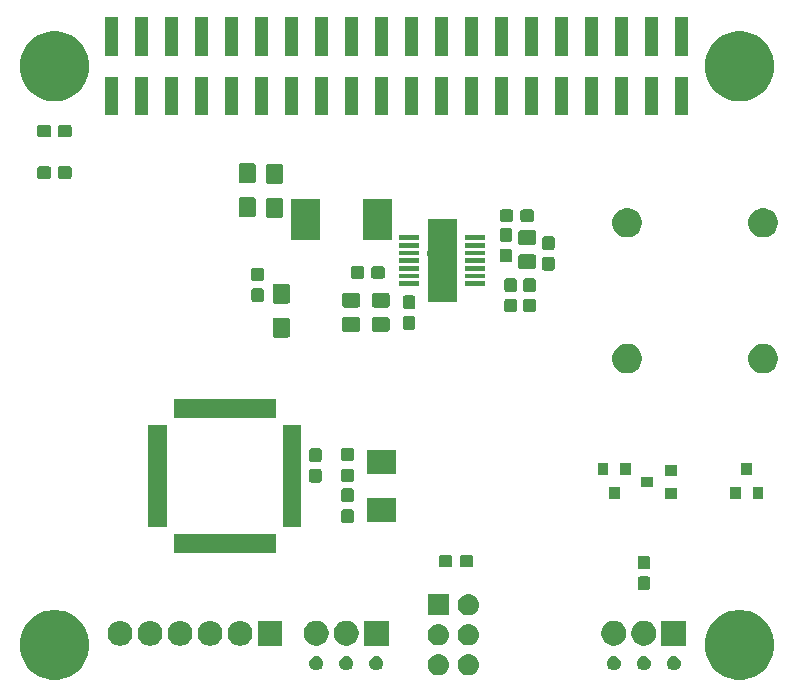
<source format=gts>
G04 #@! TF.GenerationSoftware,KiCad,Pcbnew,(5.0.1)-3*
G04 #@! TF.CreationDate,2018-11-02T18:35:49+01:00*
G04 #@! TF.ProjectId,rpi_power,7270695F706F7765722E6B696361645F,rev?*
G04 #@! TF.SameCoordinates,Original*
G04 #@! TF.FileFunction,Soldermask,Top*
G04 #@! TF.FilePolarity,Negative*
%FSLAX46Y46*%
G04 Gerber Fmt 4.6, Leading zero omitted, Abs format (unit mm)*
G04 Created by KiCad (PCBNEW (5.0.1)-3) date 02-Nov-18 18:35:49*
%MOMM*%
%LPD*%
G01*
G04 APERTURE LIST*
%ADD10C,0.100000*%
G04 APERTURE END LIST*
D10*
G36*
X178518699Y-117094362D02*
X178860775Y-117162405D01*
X179397823Y-117384857D01*
X179881153Y-117707808D01*
X180292192Y-118118847D01*
X180615143Y-118602177D01*
X180837595Y-119139225D01*
X180870881Y-119306565D01*
X180926553Y-119586445D01*
X180951000Y-119709352D01*
X180951000Y-120290648D01*
X180837595Y-120860775D01*
X180615143Y-121397823D01*
X180292192Y-121881153D01*
X179881153Y-122292192D01*
X179397823Y-122615143D01*
X178860775Y-122837595D01*
X178518699Y-122905638D01*
X178290650Y-122951000D01*
X177709350Y-122951000D01*
X177481301Y-122905638D01*
X177139225Y-122837595D01*
X176602177Y-122615143D01*
X176118847Y-122292192D01*
X175707808Y-121881153D01*
X175384857Y-121397823D01*
X175162405Y-120860775D01*
X175049000Y-120290648D01*
X175049000Y-119709352D01*
X175073448Y-119586445D01*
X175129119Y-119306565D01*
X175162405Y-119139225D01*
X175384857Y-118602177D01*
X175707808Y-118118847D01*
X176118847Y-117707808D01*
X176602177Y-117384857D01*
X177139225Y-117162405D01*
X177481301Y-117094362D01*
X177709350Y-117049000D01*
X178290650Y-117049000D01*
X178518699Y-117094362D01*
X178518699Y-117094362D01*
G37*
G36*
X120518699Y-117094362D02*
X120860775Y-117162405D01*
X121397823Y-117384857D01*
X121881153Y-117707808D01*
X122292192Y-118118847D01*
X122615143Y-118602177D01*
X122837595Y-119139225D01*
X122870881Y-119306565D01*
X122926553Y-119586445D01*
X122951000Y-119709352D01*
X122951000Y-120290648D01*
X122837595Y-120860775D01*
X122615143Y-121397823D01*
X122292192Y-121881153D01*
X121881153Y-122292192D01*
X121397823Y-122615143D01*
X120860775Y-122837595D01*
X120518699Y-122905638D01*
X120290650Y-122951000D01*
X119709350Y-122951000D01*
X119481301Y-122905638D01*
X119139225Y-122837595D01*
X118602177Y-122615143D01*
X118118847Y-122292192D01*
X117707808Y-121881153D01*
X117384857Y-121397823D01*
X117162405Y-120860775D01*
X117049000Y-120290648D01*
X117049000Y-119709352D01*
X117073448Y-119586445D01*
X117129119Y-119306565D01*
X117162405Y-119139225D01*
X117384857Y-118602177D01*
X117707808Y-118118847D01*
X118118847Y-117707808D01*
X118602177Y-117384857D01*
X119139225Y-117162405D01*
X119481301Y-117094362D01*
X119709350Y-117049000D01*
X120290650Y-117049000D01*
X120518699Y-117094362D01*
X120518699Y-117094362D01*
G37*
G36*
X152610442Y-120785518D02*
X152676627Y-120792037D01*
X152789853Y-120826384D01*
X152846467Y-120843557D01*
X152985087Y-120917652D01*
X153002991Y-120927222D01*
X153017342Y-120939000D01*
X153140186Y-121039814D01*
X153222397Y-121139990D01*
X153252778Y-121177009D01*
X153252779Y-121177011D01*
X153336443Y-121333533D01*
X153336443Y-121333534D01*
X153387963Y-121503373D01*
X153405359Y-121680000D01*
X153387963Y-121856627D01*
X153355846Y-121962504D01*
X153336443Y-122026467D01*
X153311784Y-122072600D01*
X153252778Y-122182991D01*
X153223448Y-122218729D01*
X153140186Y-122320186D01*
X153065410Y-122381552D01*
X153002991Y-122432778D01*
X153002989Y-122432779D01*
X152846467Y-122516443D01*
X152789853Y-122533616D01*
X152676627Y-122567963D01*
X152610443Y-122574481D01*
X152544260Y-122581000D01*
X152455740Y-122581000D01*
X152389557Y-122574481D01*
X152323373Y-122567963D01*
X152210147Y-122533616D01*
X152153533Y-122516443D01*
X151997011Y-122432779D01*
X151997009Y-122432778D01*
X151934590Y-122381552D01*
X151859814Y-122320186D01*
X151776552Y-122218729D01*
X151747222Y-122182991D01*
X151688216Y-122072600D01*
X151663557Y-122026467D01*
X151644154Y-121962504D01*
X151612037Y-121856627D01*
X151594641Y-121680000D01*
X151612037Y-121503373D01*
X151663557Y-121333534D01*
X151663557Y-121333533D01*
X151747221Y-121177011D01*
X151747222Y-121177009D01*
X151777603Y-121139990D01*
X151859814Y-121039814D01*
X151982658Y-120939000D01*
X151997009Y-120927222D01*
X152014913Y-120917652D01*
X152153533Y-120843557D01*
X152210147Y-120826384D01*
X152323373Y-120792037D01*
X152389558Y-120785518D01*
X152455740Y-120779000D01*
X152544260Y-120779000D01*
X152610442Y-120785518D01*
X152610442Y-120785518D01*
G37*
G36*
X155150442Y-120785518D02*
X155216627Y-120792037D01*
X155329853Y-120826384D01*
X155386467Y-120843557D01*
X155525087Y-120917652D01*
X155542991Y-120927222D01*
X155557342Y-120939000D01*
X155680186Y-121039814D01*
X155762397Y-121139990D01*
X155792778Y-121177009D01*
X155792779Y-121177011D01*
X155876443Y-121333533D01*
X155876443Y-121333534D01*
X155927963Y-121503373D01*
X155945359Y-121680000D01*
X155927963Y-121856627D01*
X155895846Y-121962504D01*
X155876443Y-122026467D01*
X155851784Y-122072600D01*
X155792778Y-122182991D01*
X155763448Y-122218729D01*
X155680186Y-122320186D01*
X155605410Y-122381552D01*
X155542991Y-122432778D01*
X155542989Y-122432779D01*
X155386467Y-122516443D01*
X155329853Y-122533616D01*
X155216627Y-122567963D01*
X155150443Y-122574481D01*
X155084260Y-122581000D01*
X154995740Y-122581000D01*
X154929557Y-122574481D01*
X154863373Y-122567963D01*
X154750147Y-122533616D01*
X154693533Y-122516443D01*
X154537011Y-122432779D01*
X154537009Y-122432778D01*
X154474590Y-122381552D01*
X154399814Y-122320186D01*
X154316552Y-122218729D01*
X154287222Y-122182991D01*
X154228216Y-122072600D01*
X154203557Y-122026467D01*
X154184154Y-121962504D01*
X154152037Y-121856627D01*
X154134641Y-121680000D01*
X154152037Y-121503373D01*
X154203557Y-121333534D01*
X154203557Y-121333533D01*
X154287221Y-121177011D01*
X154287222Y-121177009D01*
X154317603Y-121139990D01*
X154399814Y-121039814D01*
X154522658Y-120939000D01*
X154537009Y-120927222D01*
X154554913Y-120917652D01*
X154693533Y-120843557D01*
X154750147Y-120826384D01*
X154863373Y-120792037D01*
X154929558Y-120785518D01*
X154995740Y-120779000D01*
X155084260Y-120779000D01*
X155150442Y-120785518D01*
X155150442Y-120785518D01*
G37*
G36*
X167535305Y-120962096D02*
X167644680Y-121007400D01*
X167743118Y-121073175D01*
X167826825Y-121156882D01*
X167892600Y-121255320D01*
X167937904Y-121364695D01*
X167961000Y-121480806D01*
X167961000Y-121599194D01*
X167937904Y-121715305D01*
X167892600Y-121824680D01*
X167826825Y-121923118D01*
X167743118Y-122006825D01*
X167644680Y-122072600D01*
X167535305Y-122117904D01*
X167419194Y-122141000D01*
X167300806Y-122141000D01*
X167184695Y-122117904D01*
X167075320Y-122072600D01*
X166976882Y-122006825D01*
X166893175Y-121923118D01*
X166827400Y-121824680D01*
X166782096Y-121715305D01*
X166759000Y-121599194D01*
X166759000Y-121480806D01*
X166782096Y-121364695D01*
X166827400Y-121255320D01*
X166893175Y-121156882D01*
X166976882Y-121073175D01*
X167075320Y-121007400D01*
X167184695Y-120962096D01*
X167300806Y-120939000D01*
X167419194Y-120939000D01*
X167535305Y-120962096D01*
X167535305Y-120962096D01*
G37*
G36*
X170075305Y-120962096D02*
X170184680Y-121007400D01*
X170283118Y-121073175D01*
X170366825Y-121156882D01*
X170432600Y-121255320D01*
X170477904Y-121364695D01*
X170501000Y-121480806D01*
X170501000Y-121599194D01*
X170477904Y-121715305D01*
X170432600Y-121824680D01*
X170366825Y-121923118D01*
X170283118Y-122006825D01*
X170184680Y-122072600D01*
X170075305Y-122117904D01*
X169959194Y-122141000D01*
X169840806Y-122141000D01*
X169724695Y-122117904D01*
X169615320Y-122072600D01*
X169516882Y-122006825D01*
X169433175Y-121923118D01*
X169367400Y-121824680D01*
X169322096Y-121715305D01*
X169299000Y-121599194D01*
X169299000Y-121480806D01*
X169322096Y-121364695D01*
X169367400Y-121255320D01*
X169433175Y-121156882D01*
X169516882Y-121073175D01*
X169615320Y-121007400D01*
X169724695Y-120962096D01*
X169840806Y-120939000D01*
X169959194Y-120939000D01*
X170075305Y-120962096D01*
X170075305Y-120962096D01*
G37*
G36*
X172615305Y-120962096D02*
X172724680Y-121007400D01*
X172823118Y-121073175D01*
X172906825Y-121156882D01*
X172972600Y-121255320D01*
X173017904Y-121364695D01*
X173041000Y-121480806D01*
X173041000Y-121599194D01*
X173017904Y-121715305D01*
X172972600Y-121824680D01*
X172906825Y-121923118D01*
X172823118Y-122006825D01*
X172724680Y-122072600D01*
X172615305Y-122117904D01*
X172499194Y-122141000D01*
X172380806Y-122141000D01*
X172264695Y-122117904D01*
X172155320Y-122072600D01*
X172056882Y-122006825D01*
X171973175Y-121923118D01*
X171907400Y-121824680D01*
X171862096Y-121715305D01*
X171839000Y-121599194D01*
X171839000Y-121480806D01*
X171862096Y-121364695D01*
X171907400Y-121255320D01*
X171973175Y-121156882D01*
X172056882Y-121073175D01*
X172155320Y-121007400D01*
X172264695Y-120962096D01*
X172380806Y-120939000D01*
X172499194Y-120939000D01*
X172615305Y-120962096D01*
X172615305Y-120962096D01*
G37*
G36*
X144875305Y-120962096D02*
X144984680Y-121007400D01*
X145083118Y-121073175D01*
X145166825Y-121156882D01*
X145232600Y-121255320D01*
X145277904Y-121364695D01*
X145301000Y-121480806D01*
X145301000Y-121599194D01*
X145277904Y-121715305D01*
X145232600Y-121824680D01*
X145166825Y-121923118D01*
X145083118Y-122006825D01*
X144984680Y-122072600D01*
X144875305Y-122117904D01*
X144759194Y-122141000D01*
X144640806Y-122141000D01*
X144524695Y-122117904D01*
X144415320Y-122072600D01*
X144316882Y-122006825D01*
X144233175Y-121923118D01*
X144167400Y-121824680D01*
X144122096Y-121715305D01*
X144099000Y-121599194D01*
X144099000Y-121480806D01*
X144122096Y-121364695D01*
X144167400Y-121255320D01*
X144233175Y-121156882D01*
X144316882Y-121073175D01*
X144415320Y-121007400D01*
X144524695Y-120962096D01*
X144640806Y-120939000D01*
X144759194Y-120939000D01*
X144875305Y-120962096D01*
X144875305Y-120962096D01*
G37*
G36*
X147415305Y-120962096D02*
X147524680Y-121007400D01*
X147623118Y-121073175D01*
X147706825Y-121156882D01*
X147772600Y-121255320D01*
X147817904Y-121364695D01*
X147841000Y-121480806D01*
X147841000Y-121599194D01*
X147817904Y-121715305D01*
X147772600Y-121824680D01*
X147706825Y-121923118D01*
X147623118Y-122006825D01*
X147524680Y-122072600D01*
X147415305Y-122117904D01*
X147299194Y-122141000D01*
X147180806Y-122141000D01*
X147064695Y-122117904D01*
X146955320Y-122072600D01*
X146856882Y-122006825D01*
X146773175Y-121923118D01*
X146707400Y-121824680D01*
X146662096Y-121715305D01*
X146639000Y-121599194D01*
X146639000Y-121480806D01*
X146662096Y-121364695D01*
X146707400Y-121255320D01*
X146773175Y-121156882D01*
X146856882Y-121073175D01*
X146955320Y-121007400D01*
X147064695Y-120962096D01*
X147180806Y-120939000D01*
X147299194Y-120939000D01*
X147415305Y-120962096D01*
X147415305Y-120962096D01*
G37*
G36*
X142335305Y-120962096D02*
X142444680Y-121007400D01*
X142543118Y-121073175D01*
X142626825Y-121156882D01*
X142692600Y-121255320D01*
X142737904Y-121364695D01*
X142761000Y-121480806D01*
X142761000Y-121599194D01*
X142737904Y-121715305D01*
X142692600Y-121824680D01*
X142626825Y-121923118D01*
X142543118Y-122006825D01*
X142444680Y-122072600D01*
X142335305Y-122117904D01*
X142219194Y-122141000D01*
X142100806Y-122141000D01*
X141984695Y-122117904D01*
X141875320Y-122072600D01*
X141776882Y-122006825D01*
X141693175Y-121923118D01*
X141627400Y-121824680D01*
X141582096Y-121715305D01*
X141559000Y-121599194D01*
X141559000Y-121480806D01*
X141582096Y-121364695D01*
X141627400Y-121255320D01*
X141693175Y-121156882D01*
X141776882Y-121073175D01*
X141875320Y-121007400D01*
X141984695Y-120962096D01*
X142100806Y-120939000D01*
X142219194Y-120939000D01*
X142335305Y-120962096D01*
X142335305Y-120962096D01*
G37*
G36*
X170206565Y-117989389D02*
X170397834Y-118068615D01*
X170569976Y-118183637D01*
X170716363Y-118330024D01*
X170831385Y-118502166D01*
X170910611Y-118693435D01*
X170951000Y-118896484D01*
X170951000Y-119103516D01*
X170910611Y-119306565D01*
X170831385Y-119497834D01*
X170716363Y-119669976D01*
X170569976Y-119816363D01*
X170397834Y-119931385D01*
X170206565Y-120010611D01*
X170003516Y-120051000D01*
X169796484Y-120051000D01*
X169593435Y-120010611D01*
X169402166Y-119931385D01*
X169230024Y-119816363D01*
X169083637Y-119669976D01*
X168968615Y-119497834D01*
X168889389Y-119306565D01*
X168849000Y-119103516D01*
X168849000Y-118896484D01*
X168889389Y-118693435D01*
X168968615Y-118502166D01*
X169083637Y-118330024D01*
X169230024Y-118183637D01*
X169402166Y-118068615D01*
X169593435Y-117989389D01*
X169796484Y-117949000D01*
X170003516Y-117949000D01*
X170206565Y-117989389D01*
X170206565Y-117989389D01*
G37*
G36*
X173491000Y-120051000D02*
X171389000Y-120051000D01*
X171389000Y-117949000D01*
X173491000Y-117949000D01*
X173491000Y-120051000D01*
X173491000Y-120051000D01*
G37*
G36*
X142466565Y-117989389D02*
X142657834Y-118068615D01*
X142829976Y-118183637D01*
X142976363Y-118330024D01*
X143091385Y-118502166D01*
X143170611Y-118693435D01*
X143211000Y-118896484D01*
X143211000Y-119103516D01*
X143170611Y-119306565D01*
X143091385Y-119497834D01*
X142976363Y-119669976D01*
X142829976Y-119816363D01*
X142657834Y-119931385D01*
X142466565Y-120010611D01*
X142263516Y-120051000D01*
X142056484Y-120051000D01*
X141853435Y-120010611D01*
X141662166Y-119931385D01*
X141490024Y-119816363D01*
X141343637Y-119669976D01*
X141228615Y-119497834D01*
X141149389Y-119306565D01*
X141109000Y-119103516D01*
X141109000Y-118896484D01*
X141149389Y-118693435D01*
X141228615Y-118502166D01*
X141343637Y-118330024D01*
X141490024Y-118183637D01*
X141662166Y-118068615D01*
X141853435Y-117989389D01*
X142056484Y-117949000D01*
X142263516Y-117949000D01*
X142466565Y-117989389D01*
X142466565Y-117989389D01*
G37*
G36*
X145006565Y-117989389D02*
X145197834Y-118068615D01*
X145369976Y-118183637D01*
X145516363Y-118330024D01*
X145631385Y-118502166D01*
X145710611Y-118693435D01*
X145751000Y-118896484D01*
X145751000Y-119103516D01*
X145710611Y-119306565D01*
X145631385Y-119497834D01*
X145516363Y-119669976D01*
X145369976Y-119816363D01*
X145197834Y-119931385D01*
X145006565Y-120010611D01*
X144803516Y-120051000D01*
X144596484Y-120051000D01*
X144393435Y-120010611D01*
X144202166Y-119931385D01*
X144030024Y-119816363D01*
X143883637Y-119669976D01*
X143768615Y-119497834D01*
X143689389Y-119306565D01*
X143649000Y-119103516D01*
X143649000Y-118896484D01*
X143689389Y-118693435D01*
X143768615Y-118502166D01*
X143883637Y-118330024D01*
X144030024Y-118183637D01*
X144202166Y-118068615D01*
X144393435Y-117989389D01*
X144596484Y-117949000D01*
X144803516Y-117949000D01*
X145006565Y-117989389D01*
X145006565Y-117989389D01*
G37*
G36*
X167666565Y-117989389D02*
X167857834Y-118068615D01*
X168029976Y-118183637D01*
X168176363Y-118330024D01*
X168291385Y-118502166D01*
X168370611Y-118693435D01*
X168411000Y-118896484D01*
X168411000Y-119103516D01*
X168370611Y-119306565D01*
X168291385Y-119497834D01*
X168176363Y-119669976D01*
X168029976Y-119816363D01*
X167857834Y-119931385D01*
X167666565Y-120010611D01*
X167463516Y-120051000D01*
X167256484Y-120051000D01*
X167053435Y-120010611D01*
X166862166Y-119931385D01*
X166690024Y-119816363D01*
X166543637Y-119669976D01*
X166428615Y-119497834D01*
X166349389Y-119306565D01*
X166309000Y-119103516D01*
X166309000Y-118896484D01*
X166349389Y-118693435D01*
X166428615Y-118502166D01*
X166543637Y-118330024D01*
X166690024Y-118183637D01*
X166862166Y-118068615D01*
X167053435Y-117989389D01*
X167256484Y-117949000D01*
X167463516Y-117949000D01*
X167666565Y-117989389D01*
X167666565Y-117989389D01*
G37*
G36*
X148291000Y-120051000D02*
X146189000Y-120051000D01*
X146189000Y-117949000D01*
X148291000Y-117949000D01*
X148291000Y-120051000D01*
X148291000Y-120051000D01*
G37*
G36*
X125755928Y-117964710D02*
X125755931Y-117964711D01*
X125755932Y-117964711D01*
X125953950Y-118024779D01*
X125953952Y-118024780D01*
X125953955Y-118024781D01*
X126136445Y-118122323D01*
X126296402Y-118253598D01*
X126427677Y-118413555D01*
X126525219Y-118596045D01*
X126525220Y-118596048D01*
X126525221Y-118596050D01*
X126585127Y-118793534D01*
X126585290Y-118794072D01*
X126605572Y-119000000D01*
X126585290Y-119205928D01*
X126585289Y-119205931D01*
X126585289Y-119205932D01*
X126551711Y-119316625D01*
X126525219Y-119403955D01*
X126427677Y-119586445D01*
X126296402Y-119746402D01*
X126136445Y-119877677D01*
X125953955Y-119975219D01*
X125953952Y-119975220D01*
X125953950Y-119975221D01*
X125755932Y-120035289D01*
X125755931Y-120035289D01*
X125755928Y-120035290D01*
X125601601Y-120050490D01*
X125498399Y-120050490D01*
X125344072Y-120035290D01*
X125344069Y-120035289D01*
X125344068Y-120035289D01*
X125146050Y-119975221D01*
X125146048Y-119975220D01*
X125146045Y-119975219D01*
X124963555Y-119877677D01*
X124803598Y-119746402D01*
X124672323Y-119586445D01*
X124574781Y-119403955D01*
X124548290Y-119316625D01*
X124514711Y-119205932D01*
X124514711Y-119205931D01*
X124514710Y-119205928D01*
X124494428Y-119000000D01*
X124514710Y-118794072D01*
X124514873Y-118793534D01*
X124574779Y-118596050D01*
X124574780Y-118596048D01*
X124574781Y-118596045D01*
X124672323Y-118413555D01*
X124803598Y-118253598D01*
X124963555Y-118122323D01*
X125146045Y-118024781D01*
X125146048Y-118024780D01*
X125146050Y-118024779D01*
X125344068Y-117964711D01*
X125344069Y-117964711D01*
X125344072Y-117964710D01*
X125498399Y-117949510D01*
X125601601Y-117949510D01*
X125755928Y-117964710D01*
X125755928Y-117964710D01*
G37*
G36*
X139300490Y-120050490D02*
X137199510Y-120050490D01*
X137199510Y-117949510D01*
X139300490Y-117949510D01*
X139300490Y-120050490D01*
X139300490Y-120050490D01*
G37*
G36*
X128295928Y-117964710D02*
X128295931Y-117964711D01*
X128295932Y-117964711D01*
X128493950Y-118024779D01*
X128493952Y-118024780D01*
X128493955Y-118024781D01*
X128676445Y-118122323D01*
X128836402Y-118253598D01*
X128967677Y-118413555D01*
X129065219Y-118596045D01*
X129065220Y-118596048D01*
X129065221Y-118596050D01*
X129125127Y-118793534D01*
X129125290Y-118794072D01*
X129145572Y-119000000D01*
X129125290Y-119205928D01*
X129125289Y-119205931D01*
X129125289Y-119205932D01*
X129091711Y-119316625D01*
X129065219Y-119403955D01*
X128967677Y-119586445D01*
X128836402Y-119746402D01*
X128676445Y-119877677D01*
X128493955Y-119975219D01*
X128493952Y-119975220D01*
X128493950Y-119975221D01*
X128295932Y-120035289D01*
X128295931Y-120035289D01*
X128295928Y-120035290D01*
X128141601Y-120050490D01*
X128038399Y-120050490D01*
X127884072Y-120035290D01*
X127884069Y-120035289D01*
X127884068Y-120035289D01*
X127686050Y-119975221D01*
X127686048Y-119975220D01*
X127686045Y-119975219D01*
X127503555Y-119877677D01*
X127343598Y-119746402D01*
X127212323Y-119586445D01*
X127114781Y-119403955D01*
X127088290Y-119316625D01*
X127054711Y-119205932D01*
X127054711Y-119205931D01*
X127054710Y-119205928D01*
X127034428Y-119000000D01*
X127054710Y-118794072D01*
X127054873Y-118793534D01*
X127114779Y-118596050D01*
X127114780Y-118596048D01*
X127114781Y-118596045D01*
X127212323Y-118413555D01*
X127343598Y-118253598D01*
X127503555Y-118122323D01*
X127686045Y-118024781D01*
X127686048Y-118024780D01*
X127686050Y-118024779D01*
X127884068Y-117964711D01*
X127884069Y-117964711D01*
X127884072Y-117964710D01*
X128038399Y-117949510D01*
X128141601Y-117949510D01*
X128295928Y-117964710D01*
X128295928Y-117964710D01*
G37*
G36*
X130835928Y-117964710D02*
X130835931Y-117964711D01*
X130835932Y-117964711D01*
X131033950Y-118024779D01*
X131033952Y-118024780D01*
X131033955Y-118024781D01*
X131216445Y-118122323D01*
X131376402Y-118253598D01*
X131507677Y-118413555D01*
X131605219Y-118596045D01*
X131605220Y-118596048D01*
X131605221Y-118596050D01*
X131665127Y-118793534D01*
X131665290Y-118794072D01*
X131685572Y-119000000D01*
X131665290Y-119205928D01*
X131665289Y-119205931D01*
X131665289Y-119205932D01*
X131631711Y-119316625D01*
X131605219Y-119403955D01*
X131507677Y-119586445D01*
X131376402Y-119746402D01*
X131216445Y-119877677D01*
X131033955Y-119975219D01*
X131033952Y-119975220D01*
X131033950Y-119975221D01*
X130835932Y-120035289D01*
X130835931Y-120035289D01*
X130835928Y-120035290D01*
X130681601Y-120050490D01*
X130578399Y-120050490D01*
X130424072Y-120035290D01*
X130424069Y-120035289D01*
X130424068Y-120035289D01*
X130226050Y-119975221D01*
X130226048Y-119975220D01*
X130226045Y-119975219D01*
X130043555Y-119877677D01*
X129883598Y-119746402D01*
X129752323Y-119586445D01*
X129654781Y-119403955D01*
X129628290Y-119316625D01*
X129594711Y-119205932D01*
X129594711Y-119205931D01*
X129594710Y-119205928D01*
X129574428Y-119000000D01*
X129594710Y-118794072D01*
X129594873Y-118793534D01*
X129654779Y-118596050D01*
X129654780Y-118596048D01*
X129654781Y-118596045D01*
X129752323Y-118413555D01*
X129883598Y-118253598D01*
X130043555Y-118122323D01*
X130226045Y-118024781D01*
X130226048Y-118024780D01*
X130226050Y-118024779D01*
X130424068Y-117964711D01*
X130424069Y-117964711D01*
X130424072Y-117964710D01*
X130578399Y-117949510D01*
X130681601Y-117949510D01*
X130835928Y-117964710D01*
X130835928Y-117964710D01*
G37*
G36*
X135915928Y-117964710D02*
X135915931Y-117964711D01*
X135915932Y-117964711D01*
X136113950Y-118024779D01*
X136113952Y-118024780D01*
X136113955Y-118024781D01*
X136296445Y-118122323D01*
X136456402Y-118253598D01*
X136587677Y-118413555D01*
X136685219Y-118596045D01*
X136685220Y-118596048D01*
X136685221Y-118596050D01*
X136745127Y-118793534D01*
X136745290Y-118794072D01*
X136765572Y-119000000D01*
X136745290Y-119205928D01*
X136745289Y-119205931D01*
X136745289Y-119205932D01*
X136711711Y-119316625D01*
X136685219Y-119403955D01*
X136587677Y-119586445D01*
X136456402Y-119746402D01*
X136296445Y-119877677D01*
X136113955Y-119975219D01*
X136113952Y-119975220D01*
X136113950Y-119975221D01*
X135915932Y-120035289D01*
X135915931Y-120035289D01*
X135915928Y-120035290D01*
X135761601Y-120050490D01*
X135658399Y-120050490D01*
X135504072Y-120035290D01*
X135504069Y-120035289D01*
X135504068Y-120035289D01*
X135306050Y-119975221D01*
X135306048Y-119975220D01*
X135306045Y-119975219D01*
X135123555Y-119877677D01*
X134963598Y-119746402D01*
X134832323Y-119586445D01*
X134734781Y-119403955D01*
X134708290Y-119316625D01*
X134674711Y-119205932D01*
X134674711Y-119205931D01*
X134674710Y-119205928D01*
X134654428Y-119000000D01*
X134674710Y-118794072D01*
X134674873Y-118793534D01*
X134734779Y-118596050D01*
X134734780Y-118596048D01*
X134734781Y-118596045D01*
X134832323Y-118413555D01*
X134963598Y-118253598D01*
X135123555Y-118122323D01*
X135306045Y-118024781D01*
X135306048Y-118024780D01*
X135306050Y-118024779D01*
X135504068Y-117964711D01*
X135504069Y-117964711D01*
X135504072Y-117964710D01*
X135658399Y-117949510D01*
X135761601Y-117949510D01*
X135915928Y-117964710D01*
X135915928Y-117964710D01*
G37*
G36*
X133375928Y-117964710D02*
X133375931Y-117964711D01*
X133375932Y-117964711D01*
X133573950Y-118024779D01*
X133573952Y-118024780D01*
X133573955Y-118024781D01*
X133756445Y-118122323D01*
X133916402Y-118253598D01*
X134047677Y-118413555D01*
X134145219Y-118596045D01*
X134145220Y-118596048D01*
X134145221Y-118596050D01*
X134205127Y-118793534D01*
X134205290Y-118794072D01*
X134225572Y-119000000D01*
X134205290Y-119205928D01*
X134205289Y-119205931D01*
X134205289Y-119205932D01*
X134171711Y-119316625D01*
X134145219Y-119403955D01*
X134047677Y-119586445D01*
X133916402Y-119746402D01*
X133756445Y-119877677D01*
X133573955Y-119975219D01*
X133573952Y-119975220D01*
X133573950Y-119975221D01*
X133375932Y-120035289D01*
X133375931Y-120035289D01*
X133375928Y-120035290D01*
X133221601Y-120050490D01*
X133118399Y-120050490D01*
X132964072Y-120035290D01*
X132964069Y-120035289D01*
X132964068Y-120035289D01*
X132766050Y-119975221D01*
X132766048Y-119975220D01*
X132766045Y-119975219D01*
X132583555Y-119877677D01*
X132423598Y-119746402D01*
X132292323Y-119586445D01*
X132194781Y-119403955D01*
X132168290Y-119316625D01*
X132134711Y-119205932D01*
X132134711Y-119205931D01*
X132134710Y-119205928D01*
X132114428Y-119000000D01*
X132134710Y-118794072D01*
X132134873Y-118793534D01*
X132194779Y-118596050D01*
X132194780Y-118596048D01*
X132194781Y-118596045D01*
X132292323Y-118413555D01*
X132423598Y-118253598D01*
X132583555Y-118122323D01*
X132766045Y-118024781D01*
X132766048Y-118024780D01*
X132766050Y-118024779D01*
X132964068Y-117964711D01*
X132964069Y-117964711D01*
X132964072Y-117964710D01*
X133118399Y-117949510D01*
X133221601Y-117949510D01*
X133375928Y-117964710D01*
X133375928Y-117964710D01*
G37*
G36*
X155150442Y-118245518D02*
X155216627Y-118252037D01*
X155329853Y-118286384D01*
X155386467Y-118303557D01*
X155435988Y-118330027D01*
X155542991Y-118387222D01*
X155575078Y-118413555D01*
X155680186Y-118499814D01*
X155759164Y-118596050D01*
X155792778Y-118637009D01*
X155792779Y-118637011D01*
X155876443Y-118793533D01*
X155881038Y-118808681D01*
X155927963Y-118963373D01*
X155945359Y-119140000D01*
X155927963Y-119316627D01*
X155901474Y-119403950D01*
X155876443Y-119486467D01*
X155802348Y-119625087D01*
X155792778Y-119642991D01*
X155770634Y-119669973D01*
X155680186Y-119780186D01*
X155578729Y-119863448D01*
X155542991Y-119892778D01*
X155542989Y-119892779D01*
X155386467Y-119976443D01*
X155329853Y-119993616D01*
X155216627Y-120027963D01*
X155150442Y-120034482D01*
X155084260Y-120041000D01*
X154995740Y-120041000D01*
X154929558Y-120034482D01*
X154863373Y-120027963D01*
X154750147Y-119993616D01*
X154693533Y-119976443D01*
X154537011Y-119892779D01*
X154537009Y-119892778D01*
X154501271Y-119863448D01*
X154399814Y-119780186D01*
X154309366Y-119669973D01*
X154287222Y-119642991D01*
X154277652Y-119625087D01*
X154203557Y-119486467D01*
X154178526Y-119403950D01*
X154152037Y-119316627D01*
X154134641Y-119140000D01*
X154152037Y-118963373D01*
X154198962Y-118808681D01*
X154203557Y-118793533D01*
X154287221Y-118637011D01*
X154287222Y-118637009D01*
X154320836Y-118596050D01*
X154399814Y-118499814D01*
X154504922Y-118413555D01*
X154537009Y-118387222D01*
X154644012Y-118330027D01*
X154693533Y-118303557D01*
X154750147Y-118286384D01*
X154863373Y-118252037D01*
X154929558Y-118245518D01*
X154995740Y-118239000D01*
X155084260Y-118239000D01*
X155150442Y-118245518D01*
X155150442Y-118245518D01*
G37*
G36*
X152610442Y-118245518D02*
X152676627Y-118252037D01*
X152789853Y-118286384D01*
X152846467Y-118303557D01*
X152895988Y-118330027D01*
X153002991Y-118387222D01*
X153035078Y-118413555D01*
X153140186Y-118499814D01*
X153219164Y-118596050D01*
X153252778Y-118637009D01*
X153252779Y-118637011D01*
X153336443Y-118793533D01*
X153341038Y-118808681D01*
X153387963Y-118963373D01*
X153405359Y-119140000D01*
X153387963Y-119316627D01*
X153361474Y-119403950D01*
X153336443Y-119486467D01*
X153262348Y-119625087D01*
X153252778Y-119642991D01*
X153230634Y-119669973D01*
X153140186Y-119780186D01*
X153038729Y-119863448D01*
X153002991Y-119892778D01*
X153002989Y-119892779D01*
X152846467Y-119976443D01*
X152789853Y-119993616D01*
X152676627Y-120027963D01*
X152610442Y-120034482D01*
X152544260Y-120041000D01*
X152455740Y-120041000D01*
X152389558Y-120034482D01*
X152323373Y-120027963D01*
X152210147Y-119993616D01*
X152153533Y-119976443D01*
X151997011Y-119892779D01*
X151997009Y-119892778D01*
X151961271Y-119863448D01*
X151859814Y-119780186D01*
X151769366Y-119669973D01*
X151747222Y-119642991D01*
X151737652Y-119625087D01*
X151663557Y-119486467D01*
X151638526Y-119403950D01*
X151612037Y-119316627D01*
X151594641Y-119140000D01*
X151612037Y-118963373D01*
X151658962Y-118808681D01*
X151663557Y-118793533D01*
X151747221Y-118637011D01*
X151747222Y-118637009D01*
X151780836Y-118596050D01*
X151859814Y-118499814D01*
X151964922Y-118413555D01*
X151997009Y-118387222D01*
X152104012Y-118330027D01*
X152153533Y-118303557D01*
X152210147Y-118286384D01*
X152323373Y-118252037D01*
X152389558Y-118245518D01*
X152455740Y-118239000D01*
X152544260Y-118239000D01*
X152610442Y-118245518D01*
X152610442Y-118245518D01*
G37*
G36*
X155150442Y-115705518D02*
X155216627Y-115712037D01*
X155329853Y-115746384D01*
X155386467Y-115763557D01*
X155525087Y-115837652D01*
X155542991Y-115847222D01*
X155578729Y-115876552D01*
X155680186Y-115959814D01*
X155763448Y-116061271D01*
X155792778Y-116097009D01*
X155792779Y-116097011D01*
X155876443Y-116253533D01*
X155876443Y-116253534D01*
X155927963Y-116423373D01*
X155945359Y-116600000D01*
X155927963Y-116776627D01*
X155893616Y-116889853D01*
X155876443Y-116946467D01*
X155821637Y-117049000D01*
X155792778Y-117102991D01*
X155763448Y-117138729D01*
X155680186Y-117240186D01*
X155587400Y-117316332D01*
X155542991Y-117352778D01*
X155542989Y-117352779D01*
X155386467Y-117436443D01*
X155329853Y-117453616D01*
X155216627Y-117487963D01*
X155150442Y-117494482D01*
X155084260Y-117501000D01*
X154995740Y-117501000D01*
X154929558Y-117494482D01*
X154863373Y-117487963D01*
X154750147Y-117453616D01*
X154693533Y-117436443D01*
X154537011Y-117352779D01*
X154537009Y-117352778D01*
X154492600Y-117316332D01*
X154399814Y-117240186D01*
X154316552Y-117138729D01*
X154287222Y-117102991D01*
X154258363Y-117049000D01*
X154203557Y-116946467D01*
X154186384Y-116889853D01*
X154152037Y-116776627D01*
X154134641Y-116600000D01*
X154152037Y-116423373D01*
X154203557Y-116253534D01*
X154203557Y-116253533D01*
X154287221Y-116097011D01*
X154287222Y-116097009D01*
X154316552Y-116061271D01*
X154399814Y-115959814D01*
X154501271Y-115876552D01*
X154537009Y-115847222D01*
X154554913Y-115837652D01*
X154693533Y-115763557D01*
X154750147Y-115746384D01*
X154863373Y-115712037D01*
X154929558Y-115705518D01*
X154995740Y-115699000D01*
X155084260Y-115699000D01*
X155150442Y-115705518D01*
X155150442Y-115705518D01*
G37*
G36*
X153401000Y-117501000D02*
X151599000Y-117501000D01*
X151599000Y-115699000D01*
X153401000Y-115699000D01*
X153401000Y-117501000D01*
X153401000Y-117501000D01*
G37*
G36*
X170264499Y-114203445D02*
X170301993Y-114214819D01*
X170336557Y-114233294D01*
X170366847Y-114258153D01*
X170391706Y-114288443D01*
X170410181Y-114323007D01*
X170421555Y-114360501D01*
X170426000Y-114405638D01*
X170426000Y-115144362D01*
X170421555Y-115189499D01*
X170410181Y-115226993D01*
X170391706Y-115261557D01*
X170366847Y-115291847D01*
X170336557Y-115316706D01*
X170301993Y-115335181D01*
X170264499Y-115346555D01*
X170219362Y-115351000D01*
X169580638Y-115351000D01*
X169535501Y-115346555D01*
X169498007Y-115335181D01*
X169463443Y-115316706D01*
X169433153Y-115291847D01*
X169408294Y-115261557D01*
X169389819Y-115226993D01*
X169378445Y-115189499D01*
X169374000Y-115144362D01*
X169374000Y-114405638D01*
X169378445Y-114360501D01*
X169389819Y-114323007D01*
X169408294Y-114288443D01*
X169433153Y-114258153D01*
X169463443Y-114233294D01*
X169498007Y-114214819D01*
X169535501Y-114203445D01*
X169580638Y-114199000D01*
X170219362Y-114199000D01*
X170264499Y-114203445D01*
X170264499Y-114203445D01*
G37*
G36*
X170264499Y-112453445D02*
X170301993Y-112464819D01*
X170336557Y-112483294D01*
X170366847Y-112508153D01*
X170391706Y-112538443D01*
X170410181Y-112573007D01*
X170421555Y-112610501D01*
X170426000Y-112655638D01*
X170426000Y-113394362D01*
X170421555Y-113439499D01*
X170410181Y-113476993D01*
X170391706Y-113511557D01*
X170366847Y-113541847D01*
X170336557Y-113566706D01*
X170301993Y-113585181D01*
X170264499Y-113596555D01*
X170219362Y-113601000D01*
X169580638Y-113601000D01*
X169535501Y-113596555D01*
X169498007Y-113585181D01*
X169463443Y-113566706D01*
X169433153Y-113541847D01*
X169408294Y-113511557D01*
X169389819Y-113476993D01*
X169378445Y-113439499D01*
X169374000Y-113394362D01*
X169374000Y-112655638D01*
X169378445Y-112610501D01*
X169389819Y-112573007D01*
X169408294Y-112538443D01*
X169433153Y-112508153D01*
X169463443Y-112483294D01*
X169498007Y-112464819D01*
X169535501Y-112453445D01*
X169580638Y-112449000D01*
X170219362Y-112449000D01*
X170264499Y-112453445D01*
X170264499Y-112453445D01*
G37*
G36*
X153539499Y-112378445D02*
X153576993Y-112389819D01*
X153611557Y-112408294D01*
X153641847Y-112433153D01*
X153666706Y-112463443D01*
X153685181Y-112498007D01*
X153696555Y-112535501D01*
X153701000Y-112580638D01*
X153701000Y-113219362D01*
X153696555Y-113264499D01*
X153685181Y-113301993D01*
X153666706Y-113336557D01*
X153641847Y-113366847D01*
X153611557Y-113391706D01*
X153576993Y-113410181D01*
X153539499Y-113421555D01*
X153494362Y-113426000D01*
X152755638Y-113426000D01*
X152710501Y-113421555D01*
X152673007Y-113410181D01*
X152638443Y-113391706D01*
X152608153Y-113366847D01*
X152583294Y-113336557D01*
X152564819Y-113301993D01*
X152553445Y-113264499D01*
X152549000Y-113219362D01*
X152549000Y-112580638D01*
X152553445Y-112535501D01*
X152564819Y-112498007D01*
X152583294Y-112463443D01*
X152608153Y-112433153D01*
X152638443Y-112408294D01*
X152673007Y-112389819D01*
X152710501Y-112378445D01*
X152755638Y-112374000D01*
X153494362Y-112374000D01*
X153539499Y-112378445D01*
X153539499Y-112378445D01*
G37*
G36*
X155289499Y-112378445D02*
X155326993Y-112389819D01*
X155361557Y-112408294D01*
X155391847Y-112433153D01*
X155416706Y-112463443D01*
X155435181Y-112498007D01*
X155446555Y-112535501D01*
X155451000Y-112580638D01*
X155451000Y-113219362D01*
X155446555Y-113264499D01*
X155435181Y-113301993D01*
X155416706Y-113336557D01*
X155391847Y-113366847D01*
X155361557Y-113391706D01*
X155326993Y-113410181D01*
X155289499Y-113421555D01*
X155244362Y-113426000D01*
X154505638Y-113426000D01*
X154460501Y-113421555D01*
X154423007Y-113410181D01*
X154388443Y-113391706D01*
X154358153Y-113366847D01*
X154333294Y-113336557D01*
X154314819Y-113301993D01*
X154303445Y-113264499D01*
X154299000Y-113219362D01*
X154299000Y-112580638D01*
X154303445Y-112535501D01*
X154314819Y-112498007D01*
X154333294Y-112463443D01*
X154358153Y-112433153D01*
X154388443Y-112408294D01*
X154423007Y-112389819D01*
X154460501Y-112378445D01*
X154505638Y-112374000D01*
X155244362Y-112374000D01*
X155289499Y-112378445D01*
X155289499Y-112378445D01*
G37*
G36*
X138741918Y-112196740D02*
X130089918Y-112196740D01*
X130089918Y-110594740D01*
X138741918Y-110594740D01*
X138741918Y-112196740D01*
X138741918Y-112196740D01*
G37*
G36*
X140916918Y-110021740D02*
X139314918Y-110021740D01*
X139314918Y-101369740D01*
X140916918Y-101369740D01*
X140916918Y-110021740D01*
X140916918Y-110021740D01*
G37*
G36*
X129516918Y-110021740D02*
X127914918Y-110021740D01*
X127914918Y-101369740D01*
X129516918Y-101369740D01*
X129516918Y-110021740D01*
X129516918Y-110021740D01*
G37*
G36*
X145176765Y-108503445D02*
X145214259Y-108514819D01*
X145248823Y-108533294D01*
X145279113Y-108558153D01*
X145303972Y-108588443D01*
X145322447Y-108623007D01*
X145333821Y-108660501D01*
X145338266Y-108705638D01*
X145338266Y-109444362D01*
X145333821Y-109489499D01*
X145322447Y-109526993D01*
X145303972Y-109561557D01*
X145279113Y-109591847D01*
X145248823Y-109616706D01*
X145214259Y-109635181D01*
X145176765Y-109646555D01*
X145131628Y-109651000D01*
X144492904Y-109651000D01*
X144447767Y-109646555D01*
X144410273Y-109635181D01*
X144375709Y-109616706D01*
X144345419Y-109591847D01*
X144320560Y-109561557D01*
X144302085Y-109526993D01*
X144290711Y-109489499D01*
X144286266Y-109444362D01*
X144286266Y-108705638D01*
X144290711Y-108660501D01*
X144302085Y-108623007D01*
X144320560Y-108588443D01*
X144345419Y-108558153D01*
X144375709Y-108533294D01*
X144410273Y-108514819D01*
X144447767Y-108503445D01*
X144492904Y-108499000D01*
X145131628Y-108499000D01*
X145176765Y-108503445D01*
X145176765Y-108503445D01*
G37*
G36*
X148955782Y-109584344D02*
X146453782Y-109584344D01*
X146453782Y-107582344D01*
X148955782Y-107582344D01*
X148955782Y-109584344D01*
X148955782Y-109584344D01*
G37*
G36*
X145176765Y-106753445D02*
X145214259Y-106764819D01*
X145248823Y-106783294D01*
X145279113Y-106808153D01*
X145303972Y-106838443D01*
X145322447Y-106873007D01*
X145333821Y-106910501D01*
X145338266Y-106955638D01*
X145338266Y-107694362D01*
X145333821Y-107739499D01*
X145322447Y-107776993D01*
X145303972Y-107811557D01*
X145279113Y-107841847D01*
X145248823Y-107866706D01*
X145214259Y-107885181D01*
X145176765Y-107896555D01*
X145131628Y-107901000D01*
X144492904Y-107901000D01*
X144447767Y-107896555D01*
X144410273Y-107885181D01*
X144375709Y-107866706D01*
X144345419Y-107841847D01*
X144320560Y-107811557D01*
X144302085Y-107776993D01*
X144290711Y-107739499D01*
X144286266Y-107694362D01*
X144286266Y-106955638D01*
X144290711Y-106910501D01*
X144302085Y-106873007D01*
X144320560Y-106838443D01*
X144345419Y-106808153D01*
X144375709Y-106783294D01*
X144410273Y-106764819D01*
X144447767Y-106753445D01*
X144492904Y-106749000D01*
X145131628Y-106749000D01*
X145176765Y-106753445D01*
X145176765Y-106753445D01*
G37*
G36*
X180023036Y-107606421D02*
X179121036Y-107606421D01*
X179121036Y-106604421D01*
X180023036Y-106604421D01*
X180023036Y-107606421D01*
X180023036Y-107606421D01*
G37*
G36*
X178123036Y-107606421D02*
X177221036Y-107606421D01*
X177221036Y-106604421D01*
X178123036Y-106604421D01*
X178123036Y-107606421D01*
X178123036Y-107606421D01*
G37*
G36*
X172701000Y-107601000D02*
X171699000Y-107601000D01*
X171699000Y-106699000D01*
X172701000Y-106699000D01*
X172701000Y-107601000D01*
X172701000Y-107601000D01*
G37*
G36*
X167851000Y-107601000D02*
X166949000Y-107601000D01*
X166949000Y-106599000D01*
X167851000Y-106599000D01*
X167851000Y-107601000D01*
X167851000Y-107601000D01*
G37*
G36*
X170701000Y-106651000D02*
X169699000Y-106651000D01*
X169699000Y-105749000D01*
X170701000Y-105749000D01*
X170701000Y-106651000D01*
X170701000Y-106651000D01*
G37*
G36*
X142464499Y-105103445D02*
X142501993Y-105114819D01*
X142536557Y-105133294D01*
X142566847Y-105158153D01*
X142591706Y-105188443D01*
X142610181Y-105223007D01*
X142621555Y-105260501D01*
X142626000Y-105305638D01*
X142626000Y-106044362D01*
X142621555Y-106089499D01*
X142610181Y-106126993D01*
X142591706Y-106161557D01*
X142566847Y-106191847D01*
X142536557Y-106216706D01*
X142501993Y-106235181D01*
X142464499Y-106246555D01*
X142419362Y-106251000D01*
X141780638Y-106251000D01*
X141735501Y-106246555D01*
X141698007Y-106235181D01*
X141663443Y-106216706D01*
X141633153Y-106191847D01*
X141608294Y-106161557D01*
X141589819Y-106126993D01*
X141578445Y-106089499D01*
X141574000Y-106044362D01*
X141574000Y-105305638D01*
X141578445Y-105260501D01*
X141589819Y-105223007D01*
X141608294Y-105188443D01*
X141633153Y-105158153D01*
X141663443Y-105133294D01*
X141698007Y-105114819D01*
X141735501Y-105103445D01*
X141780638Y-105099000D01*
X142419362Y-105099000D01*
X142464499Y-105103445D01*
X142464499Y-105103445D01*
G37*
G36*
X145176765Y-105065720D02*
X145214259Y-105077094D01*
X145248823Y-105095569D01*
X145279113Y-105120428D01*
X145303972Y-105150718D01*
X145322447Y-105185282D01*
X145333821Y-105222776D01*
X145338266Y-105267913D01*
X145338266Y-106006637D01*
X145333821Y-106051774D01*
X145322447Y-106089268D01*
X145303972Y-106123832D01*
X145279113Y-106154122D01*
X145248823Y-106178981D01*
X145214259Y-106197456D01*
X145176765Y-106208830D01*
X145131628Y-106213275D01*
X144492904Y-106213275D01*
X144447767Y-106208830D01*
X144410273Y-106197456D01*
X144375709Y-106178981D01*
X144345419Y-106154122D01*
X144320560Y-106123832D01*
X144302085Y-106089268D01*
X144290711Y-106051774D01*
X144286266Y-106006637D01*
X144286266Y-105267913D01*
X144290711Y-105222776D01*
X144302085Y-105185282D01*
X144320560Y-105150718D01*
X144345419Y-105120428D01*
X144375709Y-105095569D01*
X144410273Y-105077094D01*
X144447767Y-105065720D01*
X144492904Y-105061275D01*
X145131628Y-105061275D01*
X145176765Y-105065720D01*
X145176765Y-105065720D01*
G37*
G36*
X172701000Y-105701000D02*
X171699000Y-105701000D01*
X171699000Y-104799000D01*
X172701000Y-104799000D01*
X172701000Y-105701000D01*
X172701000Y-105701000D01*
G37*
G36*
X179073036Y-105606421D02*
X178171036Y-105606421D01*
X178171036Y-104604421D01*
X179073036Y-104604421D01*
X179073036Y-105606421D01*
X179073036Y-105606421D01*
G37*
G36*
X166901000Y-105601000D02*
X165999000Y-105601000D01*
X165999000Y-104599000D01*
X166901000Y-104599000D01*
X166901000Y-105601000D01*
X166901000Y-105601000D01*
G37*
G36*
X168801000Y-105601000D02*
X167899000Y-105601000D01*
X167899000Y-104599000D01*
X168801000Y-104599000D01*
X168801000Y-105601000D01*
X168801000Y-105601000D01*
G37*
G36*
X148955782Y-105484344D02*
X146453782Y-105484344D01*
X146453782Y-103482344D01*
X148955782Y-103482344D01*
X148955782Y-105484344D01*
X148955782Y-105484344D01*
G37*
G36*
X142464499Y-103353445D02*
X142501993Y-103364819D01*
X142536557Y-103383294D01*
X142566847Y-103408153D01*
X142591706Y-103438443D01*
X142610181Y-103473007D01*
X142621555Y-103510501D01*
X142626000Y-103555638D01*
X142626000Y-104294362D01*
X142621555Y-104339499D01*
X142610181Y-104376993D01*
X142591706Y-104411557D01*
X142566847Y-104441847D01*
X142536557Y-104466706D01*
X142501993Y-104485181D01*
X142464499Y-104496555D01*
X142419362Y-104501000D01*
X141780638Y-104501000D01*
X141735501Y-104496555D01*
X141698007Y-104485181D01*
X141663443Y-104466706D01*
X141633153Y-104441847D01*
X141608294Y-104411557D01*
X141589819Y-104376993D01*
X141578445Y-104339499D01*
X141574000Y-104294362D01*
X141574000Y-103555638D01*
X141578445Y-103510501D01*
X141589819Y-103473007D01*
X141608294Y-103438443D01*
X141633153Y-103408153D01*
X141663443Y-103383294D01*
X141698007Y-103364819D01*
X141735501Y-103353445D01*
X141780638Y-103349000D01*
X142419362Y-103349000D01*
X142464499Y-103353445D01*
X142464499Y-103353445D01*
G37*
G36*
X145176765Y-103315720D02*
X145214259Y-103327094D01*
X145248823Y-103345569D01*
X145279113Y-103370428D01*
X145303972Y-103400718D01*
X145322447Y-103435282D01*
X145333821Y-103472776D01*
X145338266Y-103517913D01*
X145338266Y-104256637D01*
X145333821Y-104301774D01*
X145322447Y-104339268D01*
X145303972Y-104373832D01*
X145279113Y-104404122D01*
X145248823Y-104428981D01*
X145214259Y-104447456D01*
X145176765Y-104458830D01*
X145131628Y-104463275D01*
X144492904Y-104463275D01*
X144447767Y-104458830D01*
X144410273Y-104447456D01*
X144375709Y-104428981D01*
X144345419Y-104404122D01*
X144320560Y-104373832D01*
X144302085Y-104339268D01*
X144290711Y-104301774D01*
X144286266Y-104256637D01*
X144286266Y-103517913D01*
X144290711Y-103472776D01*
X144302085Y-103435282D01*
X144320560Y-103400718D01*
X144345419Y-103370428D01*
X144375709Y-103345569D01*
X144410273Y-103327094D01*
X144447767Y-103315720D01*
X144492904Y-103311275D01*
X145131628Y-103311275D01*
X145176765Y-103315720D01*
X145176765Y-103315720D01*
G37*
G36*
X138741918Y-100796740D02*
X130089918Y-100796740D01*
X130089918Y-99194740D01*
X138741918Y-99194740D01*
X138741918Y-100796740D01*
X138741918Y-100796740D01*
G37*
G36*
X168683635Y-94511019D02*
X168864903Y-94547075D01*
X169092571Y-94641378D01*
X169296542Y-94777668D01*
X169297469Y-94778287D01*
X169471713Y-94952531D01*
X169471715Y-94952534D01*
X169608622Y-95157429D01*
X169702925Y-95385097D01*
X169751000Y-95626787D01*
X169751000Y-95873213D01*
X169702925Y-96114903D01*
X169608622Y-96342571D01*
X169472332Y-96546542D01*
X169471713Y-96547469D01*
X169297469Y-96721713D01*
X169297466Y-96721715D01*
X169092571Y-96858622D01*
X168864903Y-96952925D01*
X168683636Y-96988981D01*
X168623214Y-97001000D01*
X168376786Y-97001000D01*
X168316365Y-96988981D01*
X168135097Y-96952925D01*
X167907429Y-96858622D01*
X167702534Y-96721715D01*
X167702531Y-96721713D01*
X167528287Y-96547469D01*
X167527668Y-96546542D01*
X167391378Y-96342571D01*
X167297075Y-96114903D01*
X167249000Y-95873213D01*
X167249000Y-95626787D01*
X167297075Y-95385097D01*
X167391378Y-95157429D01*
X167528285Y-94952534D01*
X167528287Y-94952531D01*
X167702531Y-94778287D01*
X167703458Y-94777668D01*
X167907429Y-94641378D01*
X168135097Y-94547075D01*
X168316365Y-94511019D01*
X168376786Y-94499000D01*
X168623214Y-94499000D01*
X168683635Y-94511019D01*
X168683635Y-94511019D01*
G37*
G36*
X180183635Y-94511019D02*
X180364903Y-94547075D01*
X180592571Y-94641378D01*
X180796542Y-94777668D01*
X180797469Y-94778287D01*
X180971713Y-94952531D01*
X180971715Y-94952534D01*
X181108622Y-95157429D01*
X181202925Y-95385097D01*
X181251000Y-95626787D01*
X181251000Y-95873213D01*
X181202925Y-96114903D01*
X181108622Y-96342571D01*
X180972332Y-96546542D01*
X180971713Y-96547469D01*
X180797469Y-96721713D01*
X180797466Y-96721715D01*
X180592571Y-96858622D01*
X180364903Y-96952925D01*
X180183636Y-96988981D01*
X180123214Y-97001000D01*
X179876786Y-97001000D01*
X179816365Y-96988981D01*
X179635097Y-96952925D01*
X179407429Y-96858622D01*
X179202534Y-96721715D01*
X179202531Y-96721713D01*
X179028287Y-96547469D01*
X179027668Y-96546542D01*
X178891378Y-96342571D01*
X178797075Y-96114903D01*
X178749000Y-95873213D01*
X178749000Y-95626787D01*
X178797075Y-95385097D01*
X178891378Y-95157429D01*
X179028285Y-94952534D01*
X179028287Y-94952531D01*
X179202531Y-94778287D01*
X179203458Y-94777668D01*
X179407429Y-94641378D01*
X179635097Y-94547075D01*
X179816365Y-94511019D01*
X179876786Y-94499000D01*
X180123214Y-94499000D01*
X180183635Y-94511019D01*
X180183635Y-94511019D01*
G37*
G36*
X139772797Y-92303247D02*
X139808367Y-92314037D01*
X139841139Y-92331554D01*
X139869869Y-92355131D01*
X139893446Y-92383861D01*
X139910963Y-92416633D01*
X139921753Y-92452203D01*
X139926000Y-92495324D01*
X139926000Y-93779676D01*
X139921753Y-93822797D01*
X139910963Y-93858367D01*
X139893446Y-93891139D01*
X139869869Y-93919869D01*
X139841139Y-93943446D01*
X139808367Y-93960963D01*
X139772797Y-93971753D01*
X139729676Y-93976000D01*
X138670324Y-93976000D01*
X138627203Y-93971753D01*
X138591633Y-93960963D01*
X138558861Y-93943446D01*
X138530131Y-93919869D01*
X138506554Y-93891139D01*
X138489037Y-93858367D01*
X138478247Y-93822797D01*
X138474000Y-93779676D01*
X138474000Y-92495324D01*
X138478247Y-92452203D01*
X138489037Y-92416633D01*
X138506554Y-92383861D01*
X138530131Y-92355131D01*
X138558861Y-92331554D01*
X138591633Y-92314037D01*
X138627203Y-92303247D01*
X138670324Y-92299000D01*
X139729676Y-92299000D01*
X139772797Y-92303247D01*
X139772797Y-92303247D01*
G37*
G36*
X148210713Y-92233886D02*
X148248400Y-92245319D01*
X148283139Y-92263887D01*
X148313584Y-92288873D01*
X148338570Y-92319318D01*
X148357138Y-92354057D01*
X148368571Y-92391744D01*
X148373036Y-92437082D01*
X148373036Y-93273760D01*
X148368571Y-93319098D01*
X148357138Y-93356785D01*
X148338570Y-93391524D01*
X148313584Y-93421969D01*
X148283139Y-93446955D01*
X148248400Y-93465523D01*
X148210713Y-93476956D01*
X148165375Y-93481421D01*
X147078697Y-93481421D01*
X147033359Y-93476956D01*
X146995672Y-93465523D01*
X146960933Y-93446955D01*
X146930488Y-93421969D01*
X146905502Y-93391524D01*
X146886934Y-93356785D01*
X146875501Y-93319098D01*
X146871036Y-93273760D01*
X146871036Y-92437082D01*
X146875501Y-92391744D01*
X146886934Y-92354057D01*
X146905502Y-92319318D01*
X146930488Y-92288873D01*
X146960933Y-92263887D01*
X146995672Y-92245319D01*
X147033359Y-92233886D01*
X147078697Y-92229421D01*
X148165375Y-92229421D01*
X148210713Y-92233886D01*
X148210713Y-92233886D01*
G37*
G36*
X145710713Y-92233886D02*
X145748400Y-92245319D01*
X145783139Y-92263887D01*
X145813584Y-92288873D01*
X145838570Y-92319318D01*
X145857138Y-92354057D01*
X145868571Y-92391744D01*
X145873036Y-92437082D01*
X145873036Y-93273760D01*
X145868571Y-93319098D01*
X145857138Y-93356785D01*
X145838570Y-93391524D01*
X145813584Y-93421969D01*
X145783139Y-93446955D01*
X145748400Y-93465523D01*
X145710713Y-93476956D01*
X145665375Y-93481421D01*
X144578697Y-93481421D01*
X144533359Y-93476956D01*
X144495672Y-93465523D01*
X144460933Y-93446955D01*
X144430488Y-93421969D01*
X144405502Y-93391524D01*
X144386934Y-93356785D01*
X144375501Y-93319098D01*
X144371036Y-93273760D01*
X144371036Y-92437082D01*
X144375501Y-92391744D01*
X144386934Y-92354057D01*
X144405502Y-92319318D01*
X144430488Y-92288873D01*
X144460933Y-92263887D01*
X144495672Y-92245319D01*
X144533359Y-92233886D01*
X144578697Y-92229421D01*
X145665375Y-92229421D01*
X145710713Y-92233886D01*
X145710713Y-92233886D01*
G37*
G36*
X150386535Y-92158866D02*
X150424029Y-92170240D01*
X150458593Y-92188715D01*
X150488883Y-92213574D01*
X150513742Y-92243864D01*
X150532217Y-92278428D01*
X150543591Y-92315922D01*
X150548036Y-92361059D01*
X150548036Y-93099783D01*
X150543591Y-93144920D01*
X150532217Y-93182414D01*
X150513742Y-93216978D01*
X150488883Y-93247268D01*
X150458593Y-93272127D01*
X150424029Y-93290602D01*
X150386535Y-93301976D01*
X150341398Y-93306421D01*
X149702674Y-93306421D01*
X149657537Y-93301976D01*
X149620043Y-93290602D01*
X149585479Y-93272127D01*
X149555189Y-93247268D01*
X149530330Y-93216978D01*
X149511855Y-93182414D01*
X149500481Y-93144920D01*
X149496036Y-93099783D01*
X149496036Y-92361059D01*
X149500481Y-92315922D01*
X149511855Y-92278428D01*
X149530330Y-92243864D01*
X149555189Y-92213574D01*
X149585479Y-92188715D01*
X149620043Y-92170240D01*
X149657537Y-92158866D01*
X149702674Y-92154421D01*
X150341398Y-92154421D01*
X150386535Y-92158866D01*
X150386535Y-92158866D01*
G37*
G36*
X158986535Y-90703445D02*
X159024029Y-90714819D01*
X159058593Y-90733294D01*
X159088883Y-90758153D01*
X159113742Y-90788443D01*
X159132217Y-90823007D01*
X159143591Y-90860501D01*
X159148036Y-90905638D01*
X159148036Y-91644362D01*
X159143591Y-91689499D01*
X159132217Y-91726993D01*
X159113742Y-91761557D01*
X159088883Y-91791847D01*
X159058593Y-91816706D01*
X159024029Y-91835181D01*
X158986535Y-91846555D01*
X158941398Y-91851000D01*
X158302674Y-91851000D01*
X158257537Y-91846555D01*
X158220043Y-91835181D01*
X158185479Y-91816706D01*
X158155189Y-91791847D01*
X158130330Y-91761557D01*
X158111855Y-91726993D01*
X158100481Y-91689499D01*
X158096036Y-91644362D01*
X158096036Y-90905638D01*
X158100481Y-90860501D01*
X158111855Y-90823007D01*
X158130330Y-90788443D01*
X158155189Y-90758153D01*
X158185479Y-90733294D01*
X158220043Y-90714819D01*
X158257537Y-90703445D01*
X158302674Y-90699000D01*
X158941398Y-90699000D01*
X158986535Y-90703445D01*
X158986535Y-90703445D01*
G37*
G36*
X160586535Y-90703445D02*
X160624029Y-90714819D01*
X160658593Y-90733294D01*
X160688883Y-90758153D01*
X160713742Y-90788443D01*
X160732217Y-90823007D01*
X160743591Y-90860501D01*
X160748036Y-90905638D01*
X160748036Y-91644362D01*
X160743591Y-91689499D01*
X160732217Y-91726993D01*
X160713742Y-91761557D01*
X160688883Y-91791847D01*
X160658593Y-91816706D01*
X160624029Y-91835181D01*
X160586535Y-91846555D01*
X160541398Y-91851000D01*
X159902674Y-91851000D01*
X159857537Y-91846555D01*
X159820043Y-91835181D01*
X159785479Y-91816706D01*
X159755189Y-91791847D01*
X159730330Y-91761557D01*
X159711855Y-91726993D01*
X159700481Y-91689499D01*
X159696036Y-91644362D01*
X159696036Y-90905638D01*
X159700481Y-90860501D01*
X159711855Y-90823007D01*
X159730330Y-90788443D01*
X159755189Y-90758153D01*
X159785479Y-90733294D01*
X159820043Y-90714819D01*
X159857537Y-90703445D01*
X159902674Y-90699000D01*
X160541398Y-90699000D01*
X160586535Y-90703445D01*
X160586535Y-90703445D01*
G37*
G36*
X150386535Y-90408866D02*
X150424029Y-90420240D01*
X150458593Y-90438715D01*
X150488883Y-90463574D01*
X150513742Y-90493864D01*
X150532217Y-90528428D01*
X150543591Y-90565922D01*
X150548036Y-90611059D01*
X150548036Y-91349783D01*
X150543591Y-91394920D01*
X150532217Y-91432414D01*
X150513742Y-91466978D01*
X150488883Y-91497268D01*
X150458593Y-91522127D01*
X150424029Y-91540602D01*
X150386535Y-91551976D01*
X150341398Y-91556421D01*
X149702674Y-91556421D01*
X149657537Y-91551976D01*
X149620043Y-91540602D01*
X149585479Y-91522127D01*
X149555189Y-91497268D01*
X149530330Y-91466978D01*
X149511855Y-91432414D01*
X149500481Y-91394920D01*
X149496036Y-91349783D01*
X149496036Y-90611059D01*
X149500481Y-90565922D01*
X149511855Y-90528428D01*
X149530330Y-90493864D01*
X149555189Y-90463574D01*
X149585479Y-90438715D01*
X149620043Y-90420240D01*
X149657537Y-90408866D01*
X149702674Y-90404421D01*
X150341398Y-90404421D01*
X150386535Y-90408866D01*
X150386535Y-90408866D01*
G37*
G36*
X148210713Y-90183886D02*
X148248400Y-90195319D01*
X148283139Y-90213887D01*
X148313584Y-90238873D01*
X148338570Y-90269318D01*
X148357138Y-90304057D01*
X148368571Y-90341744D01*
X148373036Y-90387082D01*
X148373036Y-91223760D01*
X148368571Y-91269098D01*
X148357138Y-91306785D01*
X148338570Y-91341524D01*
X148313584Y-91371969D01*
X148283139Y-91396955D01*
X148248400Y-91415523D01*
X148210713Y-91426956D01*
X148165375Y-91431421D01*
X147078697Y-91431421D01*
X147033359Y-91426956D01*
X146995672Y-91415523D01*
X146960933Y-91396955D01*
X146930488Y-91371969D01*
X146905502Y-91341524D01*
X146886934Y-91306785D01*
X146875501Y-91269098D01*
X146871036Y-91223760D01*
X146871036Y-90387082D01*
X146875501Y-90341744D01*
X146886934Y-90304057D01*
X146905502Y-90269318D01*
X146930488Y-90238873D01*
X146960933Y-90213887D01*
X146995672Y-90195319D01*
X147033359Y-90183886D01*
X147078697Y-90179421D01*
X148165375Y-90179421D01*
X148210713Y-90183886D01*
X148210713Y-90183886D01*
G37*
G36*
X145710713Y-90183886D02*
X145748400Y-90195319D01*
X145783139Y-90213887D01*
X145813584Y-90238873D01*
X145838570Y-90269318D01*
X145857138Y-90304057D01*
X145868571Y-90341744D01*
X145873036Y-90387082D01*
X145873036Y-91223760D01*
X145868571Y-91269098D01*
X145857138Y-91306785D01*
X145838570Y-91341524D01*
X145813584Y-91371969D01*
X145783139Y-91396955D01*
X145748400Y-91415523D01*
X145710713Y-91426956D01*
X145665375Y-91431421D01*
X144578697Y-91431421D01*
X144533359Y-91426956D01*
X144495672Y-91415523D01*
X144460933Y-91396955D01*
X144430488Y-91371969D01*
X144405502Y-91341524D01*
X144386934Y-91306785D01*
X144375501Y-91269098D01*
X144371036Y-91223760D01*
X144371036Y-90387082D01*
X144375501Y-90341744D01*
X144386934Y-90304057D01*
X144405502Y-90269318D01*
X144430488Y-90238873D01*
X144460933Y-90213887D01*
X144495672Y-90195319D01*
X144533359Y-90183886D01*
X144578697Y-90179421D01*
X145665375Y-90179421D01*
X145710713Y-90183886D01*
X145710713Y-90183886D01*
G37*
G36*
X139772797Y-89428247D02*
X139808367Y-89439037D01*
X139841139Y-89456554D01*
X139869869Y-89480131D01*
X139893446Y-89508861D01*
X139910963Y-89541633D01*
X139921753Y-89577203D01*
X139926000Y-89620324D01*
X139926000Y-90904676D01*
X139921753Y-90947797D01*
X139910963Y-90983367D01*
X139893446Y-91016139D01*
X139869869Y-91044869D01*
X139841139Y-91068446D01*
X139808367Y-91085963D01*
X139772797Y-91096753D01*
X139729676Y-91101000D01*
X138670324Y-91101000D01*
X138627203Y-91096753D01*
X138591633Y-91085963D01*
X138558861Y-91068446D01*
X138530131Y-91044869D01*
X138506554Y-91016139D01*
X138489037Y-90983367D01*
X138478247Y-90947797D01*
X138474000Y-90904676D01*
X138474000Y-89620324D01*
X138478247Y-89577203D01*
X138489037Y-89541633D01*
X138506554Y-89508861D01*
X138530131Y-89480131D01*
X138558861Y-89456554D01*
X138591633Y-89439037D01*
X138627203Y-89428247D01*
X138670324Y-89424000D01*
X139729676Y-89424000D01*
X139772797Y-89428247D01*
X139772797Y-89428247D01*
G37*
G36*
X154052036Y-87785038D02*
X154054438Y-87809424D01*
X154061551Y-87832873D01*
X154072058Y-87858239D01*
X154098036Y-87988839D01*
X154098036Y-88122003D01*
X154072058Y-88252603D01*
X154061551Y-88277969D01*
X154054438Y-88301418D01*
X154052036Y-88325804D01*
X154052036Y-90955421D01*
X151592036Y-90955421D01*
X151592036Y-87125804D01*
X151589634Y-87101418D01*
X151582521Y-87077969D01*
X151572014Y-87052603D01*
X151546036Y-86922003D01*
X151546036Y-86788839D01*
X151572014Y-86658239D01*
X151582521Y-86632873D01*
X151589634Y-86609424D01*
X151592036Y-86585038D01*
X151592036Y-83955421D01*
X154052036Y-83955421D01*
X154052036Y-87785038D01*
X154052036Y-87785038D01*
G37*
G36*
X137564499Y-89803445D02*
X137601993Y-89814819D01*
X137636557Y-89833294D01*
X137666847Y-89858153D01*
X137691706Y-89888443D01*
X137710181Y-89923007D01*
X137721555Y-89960501D01*
X137726000Y-90005638D01*
X137726000Y-90744362D01*
X137721555Y-90789499D01*
X137710181Y-90826993D01*
X137691706Y-90861557D01*
X137666847Y-90891847D01*
X137636557Y-90916706D01*
X137601993Y-90935181D01*
X137564499Y-90946555D01*
X137519362Y-90951000D01*
X136880638Y-90951000D01*
X136835501Y-90946555D01*
X136798007Y-90935181D01*
X136763443Y-90916706D01*
X136733153Y-90891847D01*
X136708294Y-90861557D01*
X136689819Y-90826993D01*
X136678445Y-90789499D01*
X136674000Y-90744362D01*
X136674000Y-90005638D01*
X136678445Y-89960501D01*
X136689819Y-89923007D01*
X136708294Y-89888443D01*
X136733153Y-89858153D01*
X136763443Y-89833294D01*
X136798007Y-89814819D01*
X136835501Y-89803445D01*
X136880638Y-89799000D01*
X137519362Y-89799000D01*
X137564499Y-89803445D01*
X137564499Y-89803445D01*
G37*
G36*
X160586535Y-88953445D02*
X160624029Y-88964819D01*
X160658593Y-88983294D01*
X160688883Y-89008153D01*
X160713742Y-89038443D01*
X160732217Y-89073007D01*
X160743591Y-89110501D01*
X160748036Y-89155638D01*
X160748036Y-89894362D01*
X160743591Y-89939499D01*
X160732217Y-89976993D01*
X160713742Y-90011557D01*
X160688883Y-90041847D01*
X160658593Y-90066706D01*
X160624029Y-90085181D01*
X160586535Y-90096555D01*
X160541398Y-90101000D01*
X159902674Y-90101000D01*
X159857537Y-90096555D01*
X159820043Y-90085181D01*
X159785479Y-90066706D01*
X159755189Y-90041847D01*
X159730330Y-90011557D01*
X159711855Y-89976993D01*
X159700481Y-89939499D01*
X159696036Y-89894362D01*
X159696036Y-89155638D01*
X159700481Y-89110501D01*
X159711855Y-89073007D01*
X159730330Y-89038443D01*
X159755189Y-89008153D01*
X159785479Y-88983294D01*
X159820043Y-88964819D01*
X159857537Y-88953445D01*
X159902674Y-88949000D01*
X160541398Y-88949000D01*
X160586535Y-88953445D01*
X160586535Y-88953445D01*
G37*
G36*
X158986535Y-88953445D02*
X159024029Y-88964819D01*
X159058593Y-88983294D01*
X159088883Y-89008153D01*
X159113742Y-89038443D01*
X159132217Y-89073007D01*
X159143591Y-89110501D01*
X159148036Y-89155638D01*
X159148036Y-89894362D01*
X159143591Y-89939499D01*
X159132217Y-89976993D01*
X159113742Y-90011557D01*
X159088883Y-90041847D01*
X159058593Y-90066706D01*
X159024029Y-90085181D01*
X158986535Y-90096555D01*
X158941398Y-90101000D01*
X158302674Y-90101000D01*
X158257537Y-90096555D01*
X158220043Y-90085181D01*
X158185479Y-90066706D01*
X158155189Y-90041847D01*
X158130330Y-90011557D01*
X158111855Y-89976993D01*
X158100481Y-89939499D01*
X158096036Y-89894362D01*
X158096036Y-89155638D01*
X158100481Y-89110501D01*
X158111855Y-89073007D01*
X158130330Y-89038443D01*
X158155189Y-89008153D01*
X158185479Y-88983294D01*
X158220043Y-88964819D01*
X158257537Y-88953445D01*
X158302674Y-88949000D01*
X158941398Y-88949000D01*
X158986535Y-88953445D01*
X158986535Y-88953445D01*
G37*
G36*
X150867036Y-89600421D02*
X149177036Y-89600421D01*
X149177036Y-89210421D01*
X150867036Y-89210421D01*
X150867036Y-89600421D01*
X150867036Y-89600421D01*
G37*
G36*
X156467036Y-89600421D02*
X154777036Y-89600421D01*
X154777036Y-89210421D01*
X156467036Y-89210421D01*
X156467036Y-89600421D01*
X156467036Y-89600421D01*
G37*
G36*
X137564499Y-88053445D02*
X137601993Y-88064819D01*
X137636557Y-88083294D01*
X137666847Y-88108153D01*
X137691706Y-88138443D01*
X137710181Y-88173007D01*
X137721555Y-88210501D01*
X137726000Y-88255638D01*
X137726000Y-88994362D01*
X137721555Y-89039499D01*
X137710181Y-89076993D01*
X137691706Y-89111557D01*
X137666847Y-89141847D01*
X137636557Y-89166706D01*
X137601993Y-89185181D01*
X137564499Y-89196555D01*
X137519362Y-89201000D01*
X136880638Y-89201000D01*
X136835501Y-89196555D01*
X136798007Y-89185181D01*
X136763443Y-89166706D01*
X136733153Y-89141847D01*
X136708294Y-89111557D01*
X136689819Y-89076993D01*
X136678445Y-89039499D01*
X136674000Y-88994362D01*
X136674000Y-88255638D01*
X136678445Y-88210501D01*
X136689819Y-88173007D01*
X136708294Y-88138443D01*
X136733153Y-88108153D01*
X136763443Y-88083294D01*
X136798007Y-88064819D01*
X136835501Y-88053445D01*
X136880638Y-88049000D01*
X137519362Y-88049000D01*
X137564499Y-88053445D01*
X137564499Y-88053445D01*
G37*
G36*
X146061535Y-87933866D02*
X146099029Y-87945240D01*
X146133593Y-87963715D01*
X146163883Y-87988574D01*
X146188742Y-88018864D01*
X146207217Y-88053428D01*
X146218591Y-88090922D01*
X146223036Y-88136059D01*
X146223036Y-88774783D01*
X146218591Y-88819920D01*
X146207217Y-88857414D01*
X146188742Y-88891978D01*
X146163883Y-88922268D01*
X146133593Y-88947127D01*
X146099029Y-88965602D01*
X146061535Y-88976976D01*
X146016398Y-88981421D01*
X145277674Y-88981421D01*
X145232537Y-88976976D01*
X145195043Y-88965602D01*
X145160479Y-88947127D01*
X145130189Y-88922268D01*
X145105330Y-88891978D01*
X145086855Y-88857414D01*
X145075481Y-88819920D01*
X145071036Y-88774783D01*
X145071036Y-88136059D01*
X145075481Y-88090922D01*
X145086855Y-88053428D01*
X145105330Y-88018864D01*
X145130189Y-87988574D01*
X145160479Y-87963715D01*
X145195043Y-87945240D01*
X145232537Y-87933866D01*
X145277674Y-87929421D01*
X146016398Y-87929421D01*
X146061535Y-87933866D01*
X146061535Y-87933866D01*
G37*
G36*
X147811535Y-87933866D02*
X147849029Y-87945240D01*
X147883593Y-87963715D01*
X147913883Y-87988574D01*
X147938742Y-88018864D01*
X147957217Y-88053428D01*
X147968591Y-88090922D01*
X147973036Y-88136059D01*
X147973036Y-88774783D01*
X147968591Y-88819920D01*
X147957217Y-88857414D01*
X147938742Y-88891978D01*
X147913883Y-88922268D01*
X147883593Y-88947127D01*
X147849029Y-88965602D01*
X147811535Y-88976976D01*
X147766398Y-88981421D01*
X147027674Y-88981421D01*
X146982537Y-88976976D01*
X146945043Y-88965602D01*
X146910479Y-88947127D01*
X146880189Y-88922268D01*
X146855330Y-88891978D01*
X146836855Y-88857414D01*
X146825481Y-88819920D01*
X146821036Y-88774783D01*
X146821036Y-88136059D01*
X146825481Y-88090922D01*
X146836855Y-88053428D01*
X146855330Y-88018864D01*
X146880189Y-87988574D01*
X146910479Y-87963715D01*
X146945043Y-87945240D01*
X146982537Y-87933866D01*
X147027674Y-87929421D01*
X147766398Y-87929421D01*
X147811535Y-87933866D01*
X147811535Y-87933866D01*
G37*
G36*
X150867036Y-88950421D02*
X149177036Y-88950421D01*
X149177036Y-88560421D01*
X150867036Y-88560421D01*
X150867036Y-88950421D01*
X150867036Y-88950421D01*
G37*
G36*
X156467036Y-88950421D02*
X154777036Y-88950421D01*
X154777036Y-88560421D01*
X156467036Y-88560421D01*
X156467036Y-88950421D01*
X156467036Y-88950421D01*
G37*
G36*
X162186535Y-87158866D02*
X162224029Y-87170240D01*
X162258593Y-87188715D01*
X162288883Y-87213574D01*
X162313742Y-87243864D01*
X162332217Y-87278428D01*
X162343591Y-87315922D01*
X162348036Y-87361059D01*
X162348036Y-88099783D01*
X162343591Y-88144920D01*
X162332217Y-88182414D01*
X162313742Y-88216978D01*
X162288883Y-88247268D01*
X162258593Y-88272127D01*
X162224029Y-88290602D01*
X162186535Y-88301976D01*
X162141398Y-88306421D01*
X161502674Y-88306421D01*
X161457537Y-88301976D01*
X161420043Y-88290602D01*
X161385479Y-88272127D01*
X161355189Y-88247268D01*
X161330330Y-88216978D01*
X161311855Y-88182414D01*
X161300481Y-88144920D01*
X161296036Y-88099783D01*
X161296036Y-87361059D01*
X161300481Y-87315922D01*
X161311855Y-87278428D01*
X161330330Y-87243864D01*
X161355189Y-87213574D01*
X161385479Y-87188715D01*
X161420043Y-87170240D01*
X161457537Y-87158866D01*
X161502674Y-87154421D01*
X162141398Y-87154421D01*
X162186535Y-87158866D01*
X162186535Y-87158866D01*
G37*
G36*
X156467036Y-88300421D02*
X154777036Y-88300421D01*
X154777036Y-87910421D01*
X156467036Y-87910421D01*
X156467036Y-88300421D01*
X156467036Y-88300421D01*
G37*
G36*
X150867036Y-88300421D02*
X149177036Y-88300421D01*
X149177036Y-87910421D01*
X150867036Y-87910421D01*
X150867036Y-88300421D01*
X150867036Y-88300421D01*
G37*
G36*
X160610713Y-86933886D02*
X160648400Y-86945319D01*
X160683139Y-86963887D01*
X160713584Y-86988873D01*
X160738570Y-87019318D01*
X160757138Y-87054057D01*
X160768571Y-87091744D01*
X160773036Y-87137082D01*
X160773036Y-87973760D01*
X160768571Y-88019098D01*
X160757138Y-88056785D01*
X160738570Y-88091524D01*
X160713584Y-88121969D01*
X160683139Y-88146955D01*
X160648400Y-88165523D01*
X160610713Y-88176956D01*
X160565375Y-88181421D01*
X159478697Y-88181421D01*
X159433359Y-88176956D01*
X159395672Y-88165523D01*
X159360933Y-88146955D01*
X159330488Y-88121969D01*
X159305502Y-88091524D01*
X159286934Y-88056785D01*
X159275501Y-88019098D01*
X159271036Y-87973760D01*
X159271036Y-87137082D01*
X159275501Y-87091744D01*
X159286934Y-87054057D01*
X159305502Y-87019318D01*
X159330488Y-86988873D01*
X159360933Y-86963887D01*
X159395672Y-86945319D01*
X159433359Y-86933886D01*
X159478697Y-86929421D01*
X160565375Y-86929421D01*
X160610713Y-86933886D01*
X160610713Y-86933886D01*
G37*
G36*
X150867036Y-87650421D02*
X149177036Y-87650421D01*
X149177036Y-87260421D01*
X150867036Y-87260421D01*
X150867036Y-87650421D01*
X150867036Y-87650421D01*
G37*
G36*
X156467036Y-87650421D02*
X154777036Y-87650421D01*
X154777036Y-87260421D01*
X156467036Y-87260421D01*
X156467036Y-87650421D01*
X156467036Y-87650421D01*
G37*
G36*
X158586535Y-86458866D02*
X158624029Y-86470240D01*
X158658593Y-86488715D01*
X158688883Y-86513574D01*
X158713742Y-86543864D01*
X158732217Y-86578428D01*
X158743591Y-86615922D01*
X158748036Y-86661059D01*
X158748036Y-87399783D01*
X158743591Y-87444920D01*
X158732217Y-87482414D01*
X158713742Y-87516978D01*
X158688883Y-87547268D01*
X158658593Y-87572127D01*
X158624029Y-87590602D01*
X158586535Y-87601976D01*
X158541398Y-87606421D01*
X157902674Y-87606421D01*
X157857537Y-87601976D01*
X157820043Y-87590602D01*
X157785479Y-87572127D01*
X157755189Y-87547268D01*
X157730330Y-87516978D01*
X157711855Y-87482414D01*
X157700481Y-87444920D01*
X157696036Y-87399783D01*
X157696036Y-86661059D01*
X157700481Y-86615922D01*
X157711855Y-86578428D01*
X157730330Y-86543864D01*
X157755189Y-86513574D01*
X157785479Y-86488715D01*
X157820043Y-86470240D01*
X157857537Y-86458866D01*
X157902674Y-86454421D01*
X158541398Y-86454421D01*
X158586535Y-86458866D01*
X158586535Y-86458866D01*
G37*
G36*
X156467036Y-87000421D02*
X154777036Y-87000421D01*
X154777036Y-86610421D01*
X156467036Y-86610421D01*
X156467036Y-87000421D01*
X156467036Y-87000421D01*
G37*
G36*
X150867036Y-87000421D02*
X149177036Y-87000421D01*
X149177036Y-86610421D01*
X150867036Y-86610421D01*
X150867036Y-87000421D01*
X150867036Y-87000421D01*
G37*
G36*
X162186535Y-85408866D02*
X162224029Y-85420240D01*
X162258593Y-85438715D01*
X162288883Y-85463574D01*
X162313742Y-85493864D01*
X162332217Y-85528428D01*
X162343591Y-85565922D01*
X162348036Y-85611059D01*
X162348036Y-86349783D01*
X162343591Y-86394920D01*
X162332217Y-86432414D01*
X162313742Y-86466978D01*
X162288883Y-86497268D01*
X162258593Y-86522127D01*
X162224029Y-86540602D01*
X162186535Y-86551976D01*
X162141398Y-86556421D01*
X161502674Y-86556421D01*
X161457537Y-86551976D01*
X161420043Y-86540602D01*
X161385479Y-86522127D01*
X161355189Y-86497268D01*
X161330330Y-86466978D01*
X161311855Y-86432414D01*
X161300481Y-86394920D01*
X161296036Y-86349783D01*
X161296036Y-85611059D01*
X161300481Y-85565922D01*
X161311855Y-85528428D01*
X161330330Y-85493864D01*
X161355189Y-85463574D01*
X161385479Y-85438715D01*
X161420043Y-85420240D01*
X161457537Y-85408866D01*
X161502674Y-85404421D01*
X162141398Y-85404421D01*
X162186535Y-85408866D01*
X162186535Y-85408866D01*
G37*
G36*
X156467036Y-86350421D02*
X154777036Y-86350421D01*
X154777036Y-85960421D01*
X156467036Y-85960421D01*
X156467036Y-86350421D01*
X156467036Y-86350421D01*
G37*
G36*
X150867036Y-86350421D02*
X149177036Y-86350421D01*
X149177036Y-85960421D01*
X150867036Y-85960421D01*
X150867036Y-86350421D01*
X150867036Y-86350421D01*
G37*
G36*
X160610713Y-84883886D02*
X160648400Y-84895319D01*
X160683139Y-84913887D01*
X160713584Y-84938873D01*
X160738570Y-84969318D01*
X160757138Y-85004057D01*
X160768571Y-85041744D01*
X160773036Y-85087082D01*
X160773036Y-85923760D01*
X160768571Y-85969098D01*
X160757138Y-86006785D01*
X160738570Y-86041524D01*
X160713584Y-86071969D01*
X160683139Y-86096955D01*
X160648400Y-86115523D01*
X160610713Y-86126956D01*
X160565375Y-86131421D01*
X159478697Y-86131421D01*
X159433359Y-86126956D01*
X159395672Y-86115523D01*
X159360933Y-86096955D01*
X159330488Y-86071969D01*
X159305502Y-86041524D01*
X159286934Y-86006785D01*
X159275501Y-85969098D01*
X159271036Y-85923760D01*
X159271036Y-85087082D01*
X159275501Y-85041744D01*
X159286934Y-85004057D01*
X159305502Y-84969318D01*
X159330488Y-84938873D01*
X159360933Y-84913887D01*
X159395672Y-84895319D01*
X159433359Y-84883886D01*
X159478697Y-84879421D01*
X160565375Y-84879421D01*
X160610713Y-84883886D01*
X160610713Y-84883886D01*
G37*
G36*
X158586535Y-84708866D02*
X158624029Y-84720240D01*
X158658593Y-84738715D01*
X158688883Y-84763574D01*
X158713742Y-84793864D01*
X158732217Y-84828428D01*
X158743591Y-84865922D01*
X158748036Y-84911059D01*
X158748036Y-85649783D01*
X158743591Y-85694920D01*
X158732217Y-85732414D01*
X158713742Y-85766978D01*
X158688883Y-85797268D01*
X158658593Y-85822127D01*
X158624029Y-85840602D01*
X158586535Y-85851976D01*
X158541398Y-85856421D01*
X157902674Y-85856421D01*
X157857537Y-85851976D01*
X157820043Y-85840602D01*
X157785479Y-85822127D01*
X157755189Y-85797268D01*
X157730330Y-85766978D01*
X157711855Y-85732414D01*
X157700481Y-85694920D01*
X157696036Y-85649783D01*
X157696036Y-84911059D01*
X157700481Y-84865922D01*
X157711855Y-84828428D01*
X157730330Y-84793864D01*
X157755189Y-84763574D01*
X157785479Y-84738715D01*
X157820043Y-84720240D01*
X157857537Y-84708866D01*
X157902674Y-84704421D01*
X158541398Y-84704421D01*
X158586535Y-84708866D01*
X158586535Y-84708866D01*
G37*
G36*
X142523036Y-85706421D02*
X140071036Y-85706421D01*
X140071036Y-82204421D01*
X142523036Y-82204421D01*
X142523036Y-85706421D01*
X142523036Y-85706421D01*
G37*
G36*
X148573036Y-85706421D02*
X146121036Y-85706421D01*
X146121036Y-82204421D01*
X148573036Y-82204421D01*
X148573036Y-85706421D01*
X148573036Y-85706421D01*
G37*
G36*
X156467036Y-85700421D02*
X154777036Y-85700421D01*
X154777036Y-85310421D01*
X156467036Y-85310421D01*
X156467036Y-85700421D01*
X156467036Y-85700421D01*
G37*
G36*
X150867036Y-85700421D02*
X149177036Y-85700421D01*
X149177036Y-85310421D01*
X150867036Y-85310421D01*
X150867036Y-85700421D01*
X150867036Y-85700421D01*
G37*
G36*
X180183635Y-83011019D02*
X180364903Y-83047075D01*
X180592571Y-83141378D01*
X180749606Y-83246306D01*
X180797469Y-83278287D01*
X180971713Y-83452531D01*
X180971715Y-83452534D01*
X181108622Y-83657429D01*
X181202925Y-83885097D01*
X181251000Y-84126787D01*
X181251000Y-84373213D01*
X181202925Y-84614903D01*
X181108622Y-84842571D01*
X181023932Y-84969318D01*
X180971713Y-85047469D01*
X180797469Y-85221713D01*
X180797466Y-85221715D01*
X180592571Y-85358622D01*
X180364903Y-85452925D01*
X180183636Y-85488981D01*
X180123214Y-85501000D01*
X179876786Y-85501000D01*
X179816365Y-85488981D01*
X179635097Y-85452925D01*
X179407429Y-85358622D01*
X179202534Y-85221715D01*
X179202531Y-85221713D01*
X179028287Y-85047469D01*
X178976068Y-84969318D01*
X178891378Y-84842571D01*
X178797075Y-84614903D01*
X178749000Y-84373213D01*
X178749000Y-84126787D01*
X178797075Y-83885097D01*
X178891378Y-83657429D01*
X179028285Y-83452534D01*
X179028287Y-83452531D01*
X179202531Y-83278287D01*
X179250394Y-83246306D01*
X179407429Y-83141378D01*
X179635097Y-83047075D01*
X179816365Y-83011019D01*
X179876786Y-82999000D01*
X180123214Y-82999000D01*
X180183635Y-83011019D01*
X180183635Y-83011019D01*
G37*
G36*
X168683635Y-83011019D02*
X168864903Y-83047075D01*
X169092571Y-83141378D01*
X169249606Y-83246306D01*
X169297469Y-83278287D01*
X169471713Y-83452531D01*
X169471715Y-83452534D01*
X169608622Y-83657429D01*
X169702925Y-83885097D01*
X169751000Y-84126787D01*
X169751000Y-84373213D01*
X169702925Y-84614903D01*
X169608622Y-84842571D01*
X169523932Y-84969318D01*
X169471713Y-85047469D01*
X169297469Y-85221713D01*
X169297466Y-85221715D01*
X169092571Y-85358622D01*
X168864903Y-85452925D01*
X168683636Y-85488981D01*
X168623214Y-85501000D01*
X168376786Y-85501000D01*
X168316365Y-85488981D01*
X168135097Y-85452925D01*
X167907429Y-85358622D01*
X167702534Y-85221715D01*
X167702531Y-85221713D01*
X167528287Y-85047469D01*
X167476068Y-84969318D01*
X167391378Y-84842571D01*
X167297075Y-84614903D01*
X167249000Y-84373213D01*
X167249000Y-84126787D01*
X167297075Y-83885097D01*
X167391378Y-83657429D01*
X167528285Y-83452534D01*
X167528287Y-83452531D01*
X167702531Y-83278287D01*
X167750394Y-83246306D01*
X167907429Y-83141378D01*
X168135097Y-83047075D01*
X168316365Y-83011019D01*
X168376786Y-82999000D01*
X168623214Y-82999000D01*
X168683635Y-83011019D01*
X168683635Y-83011019D01*
G37*
G36*
X160436535Y-83133866D02*
X160474029Y-83145240D01*
X160508593Y-83163715D01*
X160538883Y-83188574D01*
X160563742Y-83218864D01*
X160582217Y-83253428D01*
X160593591Y-83290922D01*
X160598036Y-83336059D01*
X160598036Y-83974783D01*
X160593591Y-84019920D01*
X160582217Y-84057414D01*
X160563742Y-84091978D01*
X160538883Y-84122268D01*
X160508593Y-84147127D01*
X160474029Y-84165602D01*
X160436535Y-84176976D01*
X160391398Y-84181421D01*
X159652674Y-84181421D01*
X159607537Y-84176976D01*
X159570043Y-84165602D01*
X159535479Y-84147127D01*
X159505189Y-84122268D01*
X159480330Y-84091978D01*
X159461855Y-84057414D01*
X159450481Y-84019920D01*
X159446036Y-83974783D01*
X159446036Y-83336059D01*
X159450481Y-83290922D01*
X159461855Y-83253428D01*
X159480330Y-83218864D01*
X159505189Y-83188574D01*
X159535479Y-83163715D01*
X159570043Y-83145240D01*
X159607537Y-83133866D01*
X159652674Y-83129421D01*
X160391398Y-83129421D01*
X160436535Y-83133866D01*
X160436535Y-83133866D01*
G37*
G36*
X158686535Y-83133866D02*
X158724029Y-83145240D01*
X158758593Y-83163715D01*
X158788883Y-83188574D01*
X158813742Y-83218864D01*
X158832217Y-83253428D01*
X158843591Y-83290922D01*
X158848036Y-83336059D01*
X158848036Y-83974783D01*
X158843591Y-84019920D01*
X158832217Y-84057414D01*
X158813742Y-84091978D01*
X158788883Y-84122268D01*
X158758593Y-84147127D01*
X158724029Y-84165602D01*
X158686535Y-84176976D01*
X158641398Y-84181421D01*
X157902674Y-84181421D01*
X157857537Y-84176976D01*
X157820043Y-84165602D01*
X157785479Y-84147127D01*
X157755189Y-84122268D01*
X157730330Y-84091978D01*
X157711855Y-84057414D01*
X157700481Y-84019920D01*
X157696036Y-83974783D01*
X157696036Y-83336059D01*
X157700481Y-83290922D01*
X157711855Y-83253428D01*
X157730330Y-83218864D01*
X157755189Y-83188574D01*
X157785479Y-83163715D01*
X157820043Y-83145240D01*
X157857537Y-83133866D01*
X157902674Y-83129421D01*
X158641398Y-83129421D01*
X158686535Y-83133866D01*
X158686535Y-83133866D01*
G37*
G36*
X139194833Y-82158668D02*
X139230403Y-82169458D01*
X139263175Y-82186975D01*
X139291905Y-82210552D01*
X139315482Y-82239282D01*
X139332999Y-82272054D01*
X139343789Y-82307624D01*
X139348036Y-82350745D01*
X139348036Y-83635097D01*
X139343789Y-83678218D01*
X139332999Y-83713788D01*
X139315482Y-83746560D01*
X139291905Y-83775290D01*
X139263175Y-83798867D01*
X139230403Y-83816384D01*
X139194833Y-83827174D01*
X139151712Y-83831421D01*
X138092360Y-83831421D01*
X138049239Y-83827174D01*
X138013669Y-83816384D01*
X137980897Y-83798867D01*
X137952167Y-83775290D01*
X137928590Y-83746560D01*
X137911073Y-83713788D01*
X137900283Y-83678218D01*
X137896036Y-83635097D01*
X137896036Y-82350745D01*
X137900283Y-82307624D01*
X137911073Y-82272054D01*
X137928590Y-82239282D01*
X137952167Y-82210552D01*
X137980897Y-82186975D01*
X138013669Y-82169458D01*
X138049239Y-82158668D01*
X138092360Y-82154421D01*
X139151712Y-82154421D01*
X139194833Y-82158668D01*
X139194833Y-82158668D01*
G37*
G36*
X136894833Y-82096168D02*
X136930403Y-82106958D01*
X136963175Y-82124475D01*
X136991905Y-82148052D01*
X137015482Y-82176782D01*
X137032999Y-82209554D01*
X137043789Y-82245124D01*
X137048036Y-82288245D01*
X137048036Y-83572597D01*
X137043789Y-83615718D01*
X137032999Y-83651288D01*
X137015482Y-83684060D01*
X136991905Y-83712790D01*
X136963175Y-83736367D01*
X136930403Y-83753884D01*
X136894833Y-83764674D01*
X136851712Y-83768921D01*
X135792360Y-83768921D01*
X135749239Y-83764674D01*
X135713669Y-83753884D01*
X135680897Y-83736367D01*
X135652167Y-83712790D01*
X135628590Y-83684060D01*
X135611073Y-83651288D01*
X135600283Y-83615718D01*
X135596036Y-83572597D01*
X135596036Y-82288245D01*
X135600283Y-82245124D01*
X135611073Y-82209554D01*
X135628590Y-82176782D01*
X135652167Y-82148052D01*
X135680897Y-82124475D01*
X135713669Y-82106958D01*
X135749239Y-82096168D01*
X135792360Y-82091921D01*
X136851712Y-82091921D01*
X136894833Y-82096168D01*
X136894833Y-82096168D01*
G37*
G36*
X139194833Y-79283668D02*
X139230403Y-79294458D01*
X139263175Y-79311975D01*
X139291905Y-79335552D01*
X139315482Y-79364282D01*
X139332999Y-79397054D01*
X139343789Y-79432624D01*
X139348036Y-79475745D01*
X139348036Y-80760097D01*
X139343789Y-80803218D01*
X139332999Y-80838788D01*
X139315482Y-80871560D01*
X139291905Y-80900290D01*
X139263175Y-80923867D01*
X139230403Y-80941384D01*
X139194833Y-80952174D01*
X139151712Y-80956421D01*
X138092360Y-80956421D01*
X138049239Y-80952174D01*
X138013669Y-80941384D01*
X137980897Y-80923867D01*
X137952167Y-80900290D01*
X137928590Y-80871560D01*
X137911073Y-80838788D01*
X137900283Y-80803218D01*
X137896036Y-80760097D01*
X137896036Y-79475745D01*
X137900283Y-79432624D01*
X137911073Y-79397054D01*
X137928590Y-79364282D01*
X137952167Y-79335552D01*
X137980897Y-79311975D01*
X138013669Y-79294458D01*
X138049239Y-79283668D01*
X138092360Y-79279421D01*
X139151712Y-79279421D01*
X139194833Y-79283668D01*
X139194833Y-79283668D01*
G37*
G36*
X136894833Y-79221168D02*
X136930403Y-79231958D01*
X136963175Y-79249475D01*
X136991905Y-79273052D01*
X137015482Y-79301782D01*
X137032999Y-79334554D01*
X137043789Y-79370124D01*
X137048036Y-79413245D01*
X137048036Y-80697597D01*
X137043789Y-80740718D01*
X137032999Y-80776288D01*
X137015482Y-80809060D01*
X136991905Y-80837790D01*
X136963175Y-80861367D01*
X136930403Y-80878884D01*
X136894833Y-80889674D01*
X136851712Y-80893921D01*
X135792360Y-80893921D01*
X135749239Y-80889674D01*
X135713669Y-80878884D01*
X135680897Y-80861367D01*
X135652167Y-80837790D01*
X135628590Y-80809060D01*
X135611073Y-80776288D01*
X135600283Y-80740718D01*
X135596036Y-80697597D01*
X135596036Y-79413245D01*
X135600283Y-79370124D01*
X135611073Y-79334554D01*
X135628590Y-79301782D01*
X135652167Y-79273052D01*
X135680897Y-79249475D01*
X135713669Y-79231958D01*
X135749239Y-79221168D01*
X135792360Y-79216921D01*
X136851712Y-79216921D01*
X136894833Y-79221168D01*
X136894833Y-79221168D01*
G37*
G36*
X121289499Y-79478445D02*
X121326993Y-79489819D01*
X121361557Y-79508294D01*
X121391847Y-79533153D01*
X121416706Y-79563443D01*
X121435181Y-79598007D01*
X121446555Y-79635501D01*
X121451000Y-79680638D01*
X121451000Y-80319362D01*
X121446555Y-80364499D01*
X121435181Y-80401993D01*
X121416706Y-80436557D01*
X121391847Y-80466847D01*
X121361557Y-80491706D01*
X121326993Y-80510181D01*
X121289499Y-80521555D01*
X121244362Y-80526000D01*
X120505638Y-80526000D01*
X120460501Y-80521555D01*
X120423007Y-80510181D01*
X120388443Y-80491706D01*
X120358153Y-80466847D01*
X120333294Y-80436557D01*
X120314819Y-80401993D01*
X120303445Y-80364499D01*
X120299000Y-80319362D01*
X120299000Y-79680638D01*
X120303445Y-79635501D01*
X120314819Y-79598007D01*
X120333294Y-79563443D01*
X120358153Y-79533153D01*
X120388443Y-79508294D01*
X120423007Y-79489819D01*
X120460501Y-79478445D01*
X120505638Y-79474000D01*
X121244362Y-79474000D01*
X121289499Y-79478445D01*
X121289499Y-79478445D01*
G37*
G36*
X119539499Y-79478445D02*
X119576993Y-79489819D01*
X119611557Y-79508294D01*
X119641847Y-79533153D01*
X119666706Y-79563443D01*
X119685181Y-79598007D01*
X119696555Y-79635501D01*
X119701000Y-79680638D01*
X119701000Y-80319362D01*
X119696555Y-80364499D01*
X119685181Y-80401993D01*
X119666706Y-80436557D01*
X119641847Y-80466847D01*
X119611557Y-80491706D01*
X119576993Y-80510181D01*
X119539499Y-80521555D01*
X119494362Y-80526000D01*
X118755638Y-80526000D01*
X118710501Y-80521555D01*
X118673007Y-80510181D01*
X118638443Y-80491706D01*
X118608153Y-80466847D01*
X118583294Y-80436557D01*
X118564819Y-80401993D01*
X118553445Y-80364499D01*
X118549000Y-80319362D01*
X118549000Y-79680638D01*
X118553445Y-79635501D01*
X118564819Y-79598007D01*
X118583294Y-79563443D01*
X118608153Y-79533153D01*
X118638443Y-79508294D01*
X118673007Y-79489819D01*
X118710501Y-79478445D01*
X118755638Y-79474000D01*
X119494362Y-79474000D01*
X119539499Y-79478445D01*
X119539499Y-79478445D01*
G37*
G36*
X119539499Y-75978445D02*
X119576993Y-75989819D01*
X119611557Y-76008294D01*
X119641847Y-76033153D01*
X119666706Y-76063443D01*
X119685181Y-76098007D01*
X119696555Y-76135501D01*
X119701000Y-76180638D01*
X119701000Y-76819362D01*
X119696555Y-76864499D01*
X119685181Y-76901993D01*
X119666706Y-76936557D01*
X119641847Y-76966847D01*
X119611557Y-76991706D01*
X119576993Y-77010181D01*
X119539499Y-77021555D01*
X119494362Y-77026000D01*
X118755638Y-77026000D01*
X118710501Y-77021555D01*
X118673007Y-77010181D01*
X118638443Y-76991706D01*
X118608153Y-76966847D01*
X118583294Y-76936557D01*
X118564819Y-76901993D01*
X118553445Y-76864499D01*
X118549000Y-76819362D01*
X118549000Y-76180638D01*
X118553445Y-76135501D01*
X118564819Y-76098007D01*
X118583294Y-76063443D01*
X118608153Y-76033153D01*
X118638443Y-76008294D01*
X118673007Y-75989819D01*
X118710501Y-75978445D01*
X118755638Y-75974000D01*
X119494362Y-75974000D01*
X119539499Y-75978445D01*
X119539499Y-75978445D01*
G37*
G36*
X121289499Y-75978445D02*
X121326993Y-75989819D01*
X121361557Y-76008294D01*
X121391847Y-76033153D01*
X121416706Y-76063443D01*
X121435181Y-76098007D01*
X121446555Y-76135501D01*
X121451000Y-76180638D01*
X121451000Y-76819362D01*
X121446555Y-76864499D01*
X121435181Y-76901993D01*
X121416706Y-76936557D01*
X121391847Y-76966847D01*
X121361557Y-76991706D01*
X121326993Y-77010181D01*
X121289499Y-77021555D01*
X121244362Y-77026000D01*
X120505638Y-77026000D01*
X120460501Y-77021555D01*
X120423007Y-77010181D01*
X120388443Y-76991706D01*
X120358153Y-76966847D01*
X120333294Y-76936557D01*
X120314819Y-76901993D01*
X120303445Y-76864499D01*
X120299000Y-76819362D01*
X120299000Y-76180638D01*
X120303445Y-76135501D01*
X120314819Y-76098007D01*
X120333294Y-76063443D01*
X120358153Y-76033153D01*
X120388443Y-76008294D01*
X120423007Y-75989819D01*
X120460501Y-75978445D01*
X120505638Y-75974000D01*
X121244362Y-75974000D01*
X121289499Y-75978445D01*
X121289499Y-75978445D01*
G37*
G36*
X145741000Y-75151000D02*
X144639000Y-75151000D01*
X144639000Y-71899000D01*
X145741000Y-71899000D01*
X145741000Y-75151000D01*
X145741000Y-75151000D01*
G37*
G36*
X155901000Y-75151000D02*
X154799000Y-75151000D01*
X154799000Y-71899000D01*
X155901000Y-71899000D01*
X155901000Y-75151000D01*
X155901000Y-75151000D01*
G37*
G36*
X158441000Y-75151000D02*
X157339000Y-75151000D01*
X157339000Y-71899000D01*
X158441000Y-71899000D01*
X158441000Y-75151000D01*
X158441000Y-75151000D01*
G37*
G36*
X153361000Y-75151000D02*
X152259000Y-75151000D01*
X152259000Y-71899000D01*
X153361000Y-71899000D01*
X153361000Y-75151000D01*
X153361000Y-75151000D01*
G37*
G36*
X173681000Y-75151000D02*
X172579000Y-75151000D01*
X172579000Y-71899000D01*
X173681000Y-71899000D01*
X173681000Y-75151000D01*
X173681000Y-75151000D01*
G37*
G36*
X171141000Y-75151000D02*
X170039000Y-75151000D01*
X170039000Y-71899000D01*
X171141000Y-71899000D01*
X171141000Y-75151000D01*
X171141000Y-75151000D01*
G37*
G36*
X168601000Y-75151000D02*
X167499000Y-75151000D01*
X167499000Y-71899000D01*
X168601000Y-71899000D01*
X168601000Y-75151000D01*
X168601000Y-75151000D01*
G37*
G36*
X130501000Y-75151000D02*
X129399000Y-75151000D01*
X129399000Y-71899000D01*
X130501000Y-71899000D01*
X130501000Y-75151000D01*
X130501000Y-75151000D01*
G37*
G36*
X133041000Y-75151000D02*
X131939000Y-75151000D01*
X131939000Y-71899000D01*
X133041000Y-71899000D01*
X133041000Y-75151000D01*
X133041000Y-75151000D01*
G37*
G36*
X135581000Y-75151000D02*
X134479000Y-75151000D01*
X134479000Y-71899000D01*
X135581000Y-71899000D01*
X135581000Y-75151000D01*
X135581000Y-75151000D01*
G37*
G36*
X166061000Y-75151000D02*
X164959000Y-75151000D01*
X164959000Y-71899000D01*
X166061000Y-71899000D01*
X166061000Y-75151000D01*
X166061000Y-75151000D01*
G37*
G36*
X163521000Y-75151000D02*
X162419000Y-75151000D01*
X162419000Y-71899000D01*
X163521000Y-71899000D01*
X163521000Y-75151000D01*
X163521000Y-75151000D01*
G37*
G36*
X140661000Y-75151000D02*
X139559000Y-75151000D01*
X139559000Y-71899000D01*
X140661000Y-71899000D01*
X140661000Y-75151000D01*
X140661000Y-75151000D01*
G37*
G36*
X143201000Y-75151000D02*
X142099000Y-75151000D01*
X142099000Y-71899000D01*
X143201000Y-71899000D01*
X143201000Y-75151000D01*
X143201000Y-75151000D01*
G37*
G36*
X148281000Y-75151000D02*
X147179000Y-75151000D01*
X147179000Y-71899000D01*
X148281000Y-71899000D01*
X148281000Y-75151000D01*
X148281000Y-75151000D01*
G37*
G36*
X150821000Y-75151000D02*
X149719000Y-75151000D01*
X149719000Y-71899000D01*
X150821000Y-71899000D01*
X150821000Y-75151000D01*
X150821000Y-75151000D01*
G37*
G36*
X160981000Y-75151000D02*
X159879000Y-75151000D01*
X159879000Y-71899000D01*
X160981000Y-71899000D01*
X160981000Y-75151000D01*
X160981000Y-75151000D01*
G37*
G36*
X127961000Y-75151000D02*
X126859000Y-75151000D01*
X126859000Y-71899000D01*
X127961000Y-71899000D01*
X127961000Y-75151000D01*
X127961000Y-75151000D01*
G37*
G36*
X125421000Y-75151000D02*
X124319000Y-75151000D01*
X124319000Y-71899000D01*
X125421000Y-71899000D01*
X125421000Y-75151000D01*
X125421000Y-75151000D01*
G37*
G36*
X138121000Y-75151000D02*
X137019000Y-75151000D01*
X137019000Y-71899000D01*
X138121000Y-71899000D01*
X138121000Y-75151000D01*
X138121000Y-75151000D01*
G37*
G36*
X120518699Y-68094362D02*
X120860775Y-68162405D01*
X121397823Y-68384857D01*
X121881153Y-68707808D01*
X122292192Y-69118847D01*
X122615143Y-69602177D01*
X122837595Y-70139225D01*
X122951000Y-70709352D01*
X122951000Y-71290648D01*
X122837595Y-71860775D01*
X122615143Y-72397823D01*
X122292192Y-72881153D01*
X121881153Y-73292192D01*
X121397823Y-73615143D01*
X120860775Y-73837595D01*
X120518699Y-73905638D01*
X120290650Y-73951000D01*
X119709350Y-73951000D01*
X119481301Y-73905638D01*
X119139225Y-73837595D01*
X118602177Y-73615143D01*
X118118847Y-73292192D01*
X117707808Y-72881153D01*
X117384857Y-72397823D01*
X117162405Y-71860775D01*
X117049000Y-71290648D01*
X117049000Y-70709352D01*
X117162405Y-70139225D01*
X117384857Y-69602177D01*
X117707808Y-69118847D01*
X118118847Y-68707808D01*
X118602177Y-68384857D01*
X119139225Y-68162405D01*
X119481301Y-68094362D01*
X119709350Y-68049000D01*
X120290650Y-68049000D01*
X120518699Y-68094362D01*
X120518699Y-68094362D01*
G37*
G36*
X178518699Y-68094362D02*
X178860775Y-68162405D01*
X179397823Y-68384857D01*
X179881153Y-68707808D01*
X180292192Y-69118847D01*
X180615143Y-69602177D01*
X180837595Y-70139225D01*
X180951000Y-70709352D01*
X180951000Y-71290648D01*
X180837595Y-71860775D01*
X180615143Y-72397823D01*
X180292192Y-72881153D01*
X179881153Y-73292192D01*
X179397823Y-73615143D01*
X178860775Y-73837595D01*
X178518699Y-73905638D01*
X178290650Y-73951000D01*
X177709350Y-73951000D01*
X177481301Y-73905638D01*
X177139225Y-73837595D01*
X176602177Y-73615143D01*
X176118847Y-73292192D01*
X175707808Y-72881153D01*
X175384857Y-72397823D01*
X175162405Y-71860775D01*
X175049000Y-71290648D01*
X175049000Y-70709352D01*
X175162405Y-70139225D01*
X175384857Y-69602177D01*
X175707808Y-69118847D01*
X176118847Y-68707808D01*
X176602177Y-68384857D01*
X177139225Y-68162405D01*
X177481301Y-68094362D01*
X177709350Y-68049000D01*
X178290650Y-68049000D01*
X178518699Y-68094362D01*
X178518699Y-68094362D01*
G37*
G36*
X163521000Y-70101000D02*
X162419000Y-70101000D01*
X162419000Y-66849000D01*
X163521000Y-66849000D01*
X163521000Y-70101000D01*
X163521000Y-70101000D01*
G37*
G36*
X166061000Y-70101000D02*
X164959000Y-70101000D01*
X164959000Y-66849000D01*
X166061000Y-66849000D01*
X166061000Y-70101000D01*
X166061000Y-70101000D01*
G37*
G36*
X168601000Y-70101000D02*
X167499000Y-70101000D01*
X167499000Y-66849000D01*
X168601000Y-66849000D01*
X168601000Y-70101000D01*
X168601000Y-70101000D01*
G37*
G36*
X171141000Y-70101000D02*
X170039000Y-70101000D01*
X170039000Y-66849000D01*
X171141000Y-66849000D01*
X171141000Y-70101000D01*
X171141000Y-70101000D01*
G37*
G36*
X173681000Y-70101000D02*
X172579000Y-70101000D01*
X172579000Y-66849000D01*
X173681000Y-66849000D01*
X173681000Y-70101000D01*
X173681000Y-70101000D01*
G37*
G36*
X160981000Y-70101000D02*
X159879000Y-70101000D01*
X159879000Y-66849000D01*
X160981000Y-66849000D01*
X160981000Y-70101000D01*
X160981000Y-70101000D01*
G37*
G36*
X158441000Y-70101000D02*
X157339000Y-70101000D01*
X157339000Y-66849000D01*
X158441000Y-66849000D01*
X158441000Y-70101000D01*
X158441000Y-70101000D01*
G37*
G36*
X127961000Y-70101000D02*
X126859000Y-70101000D01*
X126859000Y-66849000D01*
X127961000Y-66849000D01*
X127961000Y-70101000D01*
X127961000Y-70101000D01*
G37*
G36*
X155901000Y-70101000D02*
X154799000Y-70101000D01*
X154799000Y-66849000D01*
X155901000Y-66849000D01*
X155901000Y-70101000D01*
X155901000Y-70101000D01*
G37*
G36*
X130501000Y-70101000D02*
X129399000Y-70101000D01*
X129399000Y-66849000D01*
X130501000Y-66849000D01*
X130501000Y-70101000D01*
X130501000Y-70101000D01*
G37*
G36*
X143201000Y-70101000D02*
X142099000Y-70101000D01*
X142099000Y-66849000D01*
X143201000Y-66849000D01*
X143201000Y-70101000D01*
X143201000Y-70101000D01*
G37*
G36*
X140661000Y-70101000D02*
X139559000Y-70101000D01*
X139559000Y-66849000D01*
X140661000Y-66849000D01*
X140661000Y-70101000D01*
X140661000Y-70101000D01*
G37*
G36*
X145741000Y-70101000D02*
X144639000Y-70101000D01*
X144639000Y-66849000D01*
X145741000Y-66849000D01*
X145741000Y-70101000D01*
X145741000Y-70101000D01*
G37*
G36*
X138121000Y-70101000D02*
X137019000Y-70101000D01*
X137019000Y-66849000D01*
X138121000Y-66849000D01*
X138121000Y-70101000D01*
X138121000Y-70101000D01*
G37*
G36*
X148281000Y-70101000D02*
X147179000Y-70101000D01*
X147179000Y-66849000D01*
X148281000Y-66849000D01*
X148281000Y-70101000D01*
X148281000Y-70101000D01*
G37*
G36*
X135581000Y-70101000D02*
X134479000Y-70101000D01*
X134479000Y-66849000D01*
X135581000Y-66849000D01*
X135581000Y-70101000D01*
X135581000Y-70101000D01*
G37*
G36*
X150821000Y-70101000D02*
X149719000Y-70101000D01*
X149719000Y-66849000D01*
X150821000Y-66849000D01*
X150821000Y-70101000D01*
X150821000Y-70101000D01*
G37*
G36*
X133041000Y-70101000D02*
X131939000Y-70101000D01*
X131939000Y-66849000D01*
X133041000Y-66849000D01*
X133041000Y-70101000D01*
X133041000Y-70101000D01*
G37*
G36*
X125421000Y-70101000D02*
X124319000Y-70101000D01*
X124319000Y-66849000D01*
X125421000Y-66849000D01*
X125421000Y-70101000D01*
X125421000Y-70101000D01*
G37*
G36*
X153361000Y-70101000D02*
X152259000Y-70101000D01*
X152259000Y-66849000D01*
X153361000Y-66849000D01*
X153361000Y-70101000D01*
X153361000Y-70101000D01*
G37*
M02*

</source>
